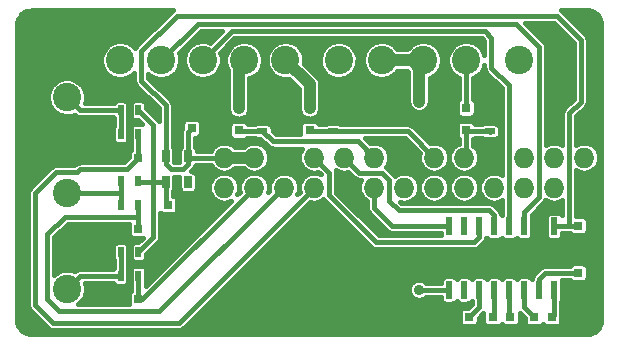
<source format=gbl>
G04 #@! TF.FileFunction,Copper,L2,Bot,Signal*
%FSLAX46Y46*%
G04 Gerber Fmt 4.6, Leading zero omitted, Abs format (unit mm)*
G04 Created by KiCad (PCBNEW 4.0.2+dfsg1-stable) date Thu 29 Sep 2016 13:26:16 BST*
%MOMM*%
G01*
G04 APERTURE LIST*
%ADD10C,0.150000*%
%ADD11O,1.727200X1.727200*%
%ADD12R,0.900000X0.500000*%
%ADD13C,2.400000*%
%ADD14R,0.750000X0.800000*%
%ADD15R,0.800000X0.750000*%
%ADD16R,0.800100X0.800100*%
%ADD17R,0.500000X0.900000*%
%ADD18R,0.600000X1.500000*%
%ADD19R,0.650000X1.060000*%
%ADD20C,0.900000*%
%ADD21C,0.400000*%
%ADD22C,1.000000*%
G04 APERTURE END LIST*
D10*
D11*
X145800000Y-130300000D03*
X145800000Y-127760000D03*
X148340000Y-130300000D03*
X148340000Y-127760000D03*
X150880000Y-130300000D03*
X150880000Y-127760000D03*
X153420000Y-130300000D03*
X153420000Y-127760000D03*
X155960000Y-130300000D03*
X155960000Y-127760000D03*
X158500000Y-130300000D03*
X158500000Y-127760000D03*
X161040000Y-130300000D03*
X161040000Y-127760000D03*
X163580000Y-130300000D03*
X163580000Y-127760000D03*
X166120000Y-130300000D03*
X166120000Y-127760000D03*
X168660000Y-130300000D03*
X168660000Y-127760000D03*
X171200000Y-130300000D03*
X171200000Y-127760000D03*
X173740000Y-130300000D03*
X173740000Y-127760000D03*
X176280000Y-130300000D03*
X176280000Y-127760000D03*
D12*
X162300000Y-123010000D03*
X162300000Y-124510000D03*
D13*
X174250000Y-119500000D03*
X170750000Y-119500000D03*
X132500000Y-135350000D03*
X132500000Y-138850000D03*
X132500000Y-127250000D03*
X132500000Y-130750000D03*
X132500000Y-119150000D03*
X132500000Y-122650000D03*
D14*
X143050000Y-125260000D03*
X143050000Y-123760000D03*
D15*
X141050000Y-131760000D03*
X142550000Y-131760000D03*
X138550000Y-127760000D03*
X137050000Y-127760000D03*
X138550000Y-133760000D03*
X137050000Y-133760000D03*
X138550000Y-139760000D03*
X137050000Y-139760000D03*
D14*
X175800000Y-135010000D03*
X175800000Y-133510000D03*
D15*
X173550000Y-141260000D03*
X172050000Y-141260000D03*
D14*
X175800000Y-139010000D03*
X175800000Y-137510000D03*
D15*
X170050000Y-141260000D03*
X168550000Y-141260000D03*
X165050000Y-141260000D03*
X166550000Y-141260000D03*
D13*
X137000000Y-119500000D03*
X151000000Y-119500000D03*
X140500000Y-119500000D03*
X147500000Y-119500000D03*
X144000000Y-119500000D03*
X166300000Y-119500000D03*
X155500000Y-119500000D03*
X162650000Y-119500000D03*
X159150000Y-119500000D03*
D16*
X153050760Y-123560000D03*
X153050760Y-125460000D03*
X151051780Y-124510000D03*
X147050760Y-123560000D03*
X147050760Y-125460000D03*
X145051780Y-124510000D03*
X166300760Y-123560000D03*
X166300760Y-125460000D03*
X164301780Y-124510000D03*
D17*
X138550000Y-123760000D03*
X137050000Y-123760000D03*
X138550000Y-129760000D03*
X137050000Y-129760000D03*
X138550000Y-135760000D03*
X137050000Y-135760000D03*
X138550000Y-125760000D03*
X137050000Y-125760000D03*
X138550000Y-131760000D03*
X137050000Y-131760000D03*
X138550000Y-137760000D03*
X137050000Y-137760000D03*
D12*
X155050000Y-125510000D03*
X155050000Y-124010000D03*
X149050000Y-125510000D03*
X149050000Y-124010000D03*
X168300000Y-125510000D03*
X168300000Y-124010000D03*
D18*
X173745000Y-138960000D03*
X172475000Y-138960000D03*
X171205000Y-138960000D03*
X169935000Y-138960000D03*
X168665000Y-138960000D03*
X167395000Y-138960000D03*
X166125000Y-138960000D03*
X164855000Y-138960000D03*
X164855000Y-133560000D03*
X166125000Y-133560000D03*
X167395000Y-133560000D03*
X168665000Y-133560000D03*
X169935000Y-133560000D03*
X171205000Y-133560000D03*
X172475000Y-133560000D03*
X173745000Y-133560000D03*
D19*
X140850000Y-127660000D03*
X141800000Y-127660000D03*
X142750000Y-127660000D03*
X142750000Y-129860000D03*
X140850000Y-129860000D03*
D20*
X162290000Y-138940000D03*
D21*
X175010000Y-131260000D02*
X175010000Y-133510000D01*
X175010000Y-133510000D02*
X175050000Y-133510000D01*
X175010000Y-131260000D02*
X175010000Y-124000000D01*
X140850000Y-123310000D02*
X138800000Y-121260000D01*
X138800000Y-121260000D02*
X138800000Y-118760000D01*
X138800000Y-118760000D02*
X141800000Y-115760000D01*
X141800000Y-115760000D02*
X173960000Y-115760000D01*
X175990000Y-123020000D02*
X175990000Y-117790000D01*
X175990000Y-117790000D02*
X173960000Y-115760000D01*
X140850000Y-127660000D02*
X140850000Y-123310000D01*
X175010000Y-124000000D02*
X175990000Y-123020000D01*
X173745000Y-133560000D02*
X173795000Y-133510000D01*
X173795000Y-133510000D02*
X175050000Y-133510000D01*
X175050000Y-133510000D02*
X175800000Y-133510000D01*
X173745000Y-133415000D02*
X173745000Y-133560000D01*
D22*
X148340000Y-127760000D02*
X145800000Y-127760000D01*
D21*
X140850000Y-127660000D02*
X140850000Y-128310000D01*
X142750000Y-128310000D02*
X142750000Y-127660000D01*
X142300000Y-128760000D02*
X142750000Y-128310000D01*
X141300000Y-128760000D02*
X142300000Y-128760000D01*
X140850000Y-128310000D02*
X141300000Y-128760000D01*
X143050000Y-125260000D02*
X142750000Y-125560000D01*
X142750000Y-125560000D02*
X142750000Y-127660000D01*
X142750000Y-127660000D02*
X142850000Y-127760000D01*
X142850000Y-127760000D02*
X145800000Y-127760000D01*
X141050000Y-131760000D02*
X140850000Y-131560000D01*
X140850000Y-131560000D02*
X140850000Y-129860000D01*
X138550000Y-135760000D02*
X139800000Y-134510000D01*
X139800000Y-134510000D02*
X139800000Y-129860000D01*
X138550000Y-123760000D02*
X139800000Y-125010000D01*
X138550000Y-129760000D02*
X138650000Y-129860000D01*
X138650000Y-129860000D02*
X139800000Y-129860000D01*
X139800000Y-129860000D02*
X140850000Y-129860000D01*
X139800000Y-125010000D02*
X139800000Y-129860000D01*
X137050000Y-123760000D02*
X137050000Y-125760000D01*
X132500000Y-122650000D02*
X133610000Y-123760000D01*
X133610000Y-123760000D02*
X137050000Y-123760000D01*
X132500000Y-130750000D02*
X132510000Y-130760000D01*
X132510000Y-130760000D02*
X137050000Y-130760000D01*
X137050000Y-131760000D02*
X137050000Y-130760000D01*
X137050000Y-130760000D02*
X137050000Y-129760000D01*
X132500000Y-138850000D02*
X133590000Y-137760000D01*
X133590000Y-137760000D02*
X137050000Y-137760000D01*
X137050000Y-135760000D02*
X137050000Y-137760000D01*
D22*
X147050760Y-123560000D02*
X147050760Y-119949240D01*
X147050760Y-119949240D02*
X147500000Y-119500000D01*
D21*
X166300760Y-123560000D02*
X166300760Y-119500760D01*
X166300760Y-119500760D02*
X166300000Y-119500000D01*
D22*
X153050760Y-123560000D02*
X153050760Y-121550760D01*
X153050760Y-121550760D02*
X151000000Y-119500000D01*
D21*
X173745000Y-138960000D02*
X173745000Y-141065000D01*
X173745000Y-141065000D02*
X173550000Y-141260000D01*
X171205000Y-138960000D02*
X171205000Y-140415000D01*
X171205000Y-140415000D02*
X172050000Y-141260000D01*
X172475000Y-138960000D02*
X172475000Y-138010000D01*
X172475000Y-138010000D02*
X172975000Y-137510000D01*
X172975000Y-137510000D02*
X175800000Y-137510000D01*
X169935000Y-138960000D02*
X169935000Y-141145000D01*
X169935000Y-141145000D02*
X170050000Y-141260000D01*
X168665000Y-138960000D02*
X168665000Y-141145000D01*
X168665000Y-141145000D02*
X168550000Y-141260000D01*
X167395000Y-138960000D02*
X167395000Y-140415000D01*
X167395000Y-140415000D02*
X166550000Y-141260000D01*
X153420000Y-127760000D02*
X154690000Y-129030000D01*
X154690000Y-129030000D02*
X154690000Y-130960000D01*
X154690000Y-130960000D02*
X158640000Y-134910000D01*
X158640000Y-134910000D02*
X167000000Y-134910000D01*
X167000000Y-134910000D02*
X167395000Y-134515000D01*
X167395000Y-134515000D02*
X167395000Y-133560000D01*
X168260000Y-132210000D02*
X160570000Y-132210000D01*
X160570000Y-132210000D02*
X159770000Y-131410000D01*
X159770000Y-131410000D02*
X159770000Y-129640000D01*
X159770000Y-129640000D02*
X159160000Y-129030000D01*
X159160000Y-129030000D02*
X157230000Y-129030000D01*
X157230000Y-129030000D02*
X155960000Y-127760000D01*
X168665000Y-133560000D02*
X168665000Y-132615000D01*
X168665000Y-132615000D02*
X168260000Y-132210000D01*
X168650000Y-133545000D02*
X168665000Y-133560000D01*
X146430000Y-117070000D02*
X167910000Y-117070000D01*
X167910000Y-117070000D02*
X168440000Y-117600000D01*
X168440000Y-117600000D02*
X168440000Y-120160000D01*
X169930000Y-121650000D02*
X169930000Y-133555000D01*
X169930000Y-133555000D02*
X169935000Y-133560000D01*
X144000000Y-119500000D02*
X146430000Y-117070000D01*
X168440000Y-120160000D02*
X169930000Y-121650000D01*
X172470000Y-118370000D02*
X172470000Y-131090000D01*
X172470000Y-131090000D02*
X171205000Y-132355000D01*
X171205000Y-132355000D02*
X171205000Y-133560000D01*
X172470000Y-118370000D02*
X170510000Y-116410000D01*
X170510000Y-116410000D02*
X143590000Y-116410000D01*
X143590000Y-116410000D02*
X140500000Y-119500000D01*
X129800000Y-139760000D02*
X129800000Y-140260000D01*
X129800000Y-130760000D02*
X129800000Y-139760000D01*
X131575000Y-128985000D02*
X133375000Y-128985000D01*
X129800000Y-130760000D02*
X131575000Y-128985000D01*
X129800000Y-140260000D02*
X131300000Y-141760000D01*
X153420000Y-130300000D02*
X141960000Y-141760000D01*
X141960000Y-141760000D02*
X139300000Y-141760000D01*
X131300000Y-141760000D02*
X131800000Y-141760000D01*
X133375000Y-128985000D02*
X133600000Y-128760000D01*
X138550000Y-127760000D02*
X137550000Y-128760000D01*
X137550000Y-128760000D02*
X133600000Y-128760000D01*
X131800000Y-141760000D02*
X139300000Y-141760000D01*
X138550000Y-125760000D02*
X138550000Y-127760000D01*
X138550000Y-132760000D02*
X132300000Y-132760000D01*
X132300000Y-132760000D02*
X130800000Y-134260000D01*
X130800000Y-134260000D02*
X130800000Y-139760000D01*
X130800000Y-139760000D02*
X131800000Y-140760000D01*
X131800000Y-140760000D02*
X140300000Y-140760000D01*
X140300000Y-140760000D02*
X150760000Y-130300000D01*
X150760000Y-130300000D02*
X150880000Y-130300000D01*
X138550000Y-131760000D02*
X138550000Y-132760000D01*
X138550000Y-132760000D02*
X138550000Y-133760000D01*
X148340000Y-130300000D02*
X138880000Y-139760000D01*
X138880000Y-139760000D02*
X138550000Y-139760000D01*
X138550000Y-137760000D02*
X138550000Y-139760000D01*
X164855000Y-133560000D02*
X160050000Y-133560000D01*
X160050000Y-133560000D02*
X158500000Y-132010000D01*
X158500000Y-132010000D02*
X158500000Y-130300000D01*
X147050760Y-125460000D02*
X147100760Y-125510000D01*
X147100760Y-125510000D02*
X149050000Y-125510000D01*
X149050000Y-125510000D02*
X149930000Y-126390000D01*
X157130000Y-126390000D02*
X158500000Y-127760000D01*
X149930000Y-126390000D02*
X157130000Y-126390000D01*
X155050000Y-125510000D02*
X161330000Y-125510000D01*
X161330000Y-125510000D02*
X163580000Y-127760000D01*
X155050000Y-125510000D02*
X153100760Y-125510000D01*
X153100760Y-125510000D02*
X153050760Y-125460000D01*
X155000000Y-125460000D02*
X155050000Y-125510000D01*
X163540000Y-127730000D02*
X163350000Y-127540000D01*
X166300760Y-125460000D02*
X166300760Y-127579240D01*
X166300760Y-127579240D02*
X166120000Y-127760000D01*
X168300000Y-125510000D02*
X166350760Y-125510000D01*
X166350760Y-125510000D02*
X166300760Y-125460000D01*
X168300000Y-125510000D02*
X168300000Y-125580000D01*
X166150000Y-127660000D02*
X166080000Y-127730000D01*
X162290000Y-138940000D02*
X164835000Y-138940000D01*
X164835000Y-138940000D02*
X164855000Y-138960000D01*
D22*
X162650000Y-119500000D02*
X159150000Y-119500000D01*
X162300000Y-123010000D02*
X162300000Y-119850000D01*
X162300000Y-119850000D02*
X162650000Y-119500000D01*
D21*
X162300000Y-119850000D02*
X162650000Y-119500000D01*
G36*
X141425056Y-115295243D02*
X141381701Y-115329853D01*
X141377309Y-115334184D01*
X141377219Y-115334258D01*
X141377150Y-115334342D01*
X141375736Y-115335736D01*
X138375736Y-118335736D01*
X138340561Y-118378559D01*
X138304932Y-118421020D01*
X138303413Y-118423784D01*
X138301409Y-118426223D01*
X138275201Y-118475101D01*
X138259304Y-118504018D01*
X138245911Y-118483860D01*
X138024813Y-118261213D01*
X137764681Y-118085752D01*
X137475422Y-117964159D01*
X137168055Y-117901065D01*
X136854286Y-117898875D01*
X136546068Y-117957671D01*
X136255140Y-118075213D01*
X135992583Y-118247026D01*
X135768398Y-118466563D01*
X135591125Y-118725464D01*
X135467515Y-119013867D01*
X135402278Y-119320787D01*
X135397897Y-119634532D01*
X135454539Y-119943154D01*
X135570048Y-120234896D01*
X135740023Y-120498645D01*
X135957990Y-120724357D01*
X136215648Y-120903433D01*
X136503180Y-121029054D01*
X136809637Y-121096432D01*
X137123344Y-121103004D01*
X137432354Y-121048517D01*
X137724895Y-120935048D01*
X137989825Y-120766918D01*
X138200000Y-120566771D01*
X138200000Y-121260000D01*
X138205409Y-121315170D01*
X138210239Y-121370371D01*
X138211119Y-121373400D01*
X138211427Y-121376541D01*
X138227458Y-121429638D01*
X138242909Y-121482821D01*
X138244359Y-121485619D01*
X138245272Y-121488642D01*
X138271289Y-121537573D01*
X138296797Y-121586784D01*
X138298767Y-121589252D01*
X138300247Y-121592035D01*
X138335248Y-121634950D01*
X138369854Y-121678300D01*
X138374184Y-121682691D01*
X138374258Y-121682781D01*
X138374342Y-121682850D01*
X138375736Y-121684264D01*
X140250000Y-123558528D01*
X140250000Y-124616570D01*
X140230147Y-124591700D01*
X140225814Y-124587308D01*
X140225742Y-124587219D01*
X140225660Y-124587151D01*
X140224264Y-124585736D01*
X139201935Y-123563407D01*
X139201935Y-123310000D01*
X139196855Y-123246302D01*
X139163398Y-123138262D01*
X139101165Y-123043821D01*
X139015086Y-122970457D01*
X138911976Y-122923978D01*
X138800000Y-122908065D01*
X138300000Y-122908065D01*
X138236302Y-122913145D01*
X138128262Y-122946602D01*
X138033821Y-123008835D01*
X137960457Y-123094914D01*
X137913978Y-123198024D01*
X137898065Y-123310000D01*
X137898065Y-124210000D01*
X137903145Y-124273698D01*
X137936602Y-124381738D01*
X137998835Y-124476179D01*
X138084914Y-124549543D01*
X138188024Y-124596022D01*
X138300000Y-124611935D01*
X138553407Y-124611935D01*
X138857743Y-124916271D01*
X138800000Y-124908065D01*
X138300000Y-124908065D01*
X138236302Y-124913145D01*
X138128262Y-124946602D01*
X138033821Y-125008835D01*
X137960457Y-125094914D01*
X137913978Y-125198024D01*
X137898065Y-125310000D01*
X137898065Y-126210000D01*
X137903145Y-126273698D01*
X137936602Y-126381738D01*
X137950000Y-126402070D01*
X137950000Y-127040226D01*
X137883821Y-127083835D01*
X137810457Y-127169914D01*
X137763978Y-127273024D01*
X137748065Y-127385000D01*
X137748065Y-127713407D01*
X137301472Y-128160000D01*
X133600000Y-128160000D01*
X133544830Y-128165409D01*
X133489629Y-128170239D01*
X133486600Y-128171119D01*
X133483459Y-128171427D01*
X133430362Y-128187458D01*
X133377179Y-128202909D01*
X133374381Y-128204359D01*
X133371358Y-128205272D01*
X133322427Y-128231289D01*
X133273216Y-128256797D01*
X133270748Y-128258767D01*
X133267965Y-128260247D01*
X133225050Y-128295248D01*
X133181700Y-128329854D01*
X133177309Y-128334184D01*
X133177219Y-128334258D01*
X133177150Y-128334342D01*
X133175736Y-128335736D01*
X133126472Y-128385000D01*
X131575000Y-128385000D01*
X131519830Y-128390409D01*
X131464629Y-128395239D01*
X131461600Y-128396119D01*
X131458459Y-128396427D01*
X131405362Y-128412458D01*
X131352179Y-128427909D01*
X131349381Y-128429359D01*
X131346358Y-128430272D01*
X131297427Y-128456289D01*
X131248216Y-128481797D01*
X131245748Y-128483767D01*
X131242965Y-128485247D01*
X131200050Y-128520248D01*
X131156700Y-128554854D01*
X131152309Y-128559184D01*
X131152219Y-128559258D01*
X131152150Y-128559342D01*
X131150736Y-128560736D01*
X129375736Y-130335736D01*
X129340561Y-130378559D01*
X129304932Y-130421020D01*
X129303413Y-130423784D01*
X129301409Y-130426223D01*
X129275201Y-130475101D01*
X129248519Y-130523635D01*
X129247566Y-130526640D01*
X129246074Y-130529422D01*
X129229865Y-130582440D01*
X129213111Y-130635253D01*
X129212759Y-130638388D01*
X129211837Y-130641405D01*
X129206241Y-130696504D01*
X129200058Y-130751623D01*
X129200015Y-130757795D01*
X129200004Y-130757906D01*
X129200014Y-130758009D01*
X129200000Y-130760000D01*
X129200000Y-140260000D01*
X129205409Y-140315170D01*
X129210239Y-140370371D01*
X129211119Y-140373400D01*
X129211427Y-140376541D01*
X129227458Y-140429638D01*
X129242909Y-140482821D01*
X129244359Y-140485619D01*
X129245272Y-140488642D01*
X129271289Y-140537573D01*
X129296797Y-140586784D01*
X129298767Y-140589252D01*
X129300247Y-140592035D01*
X129335248Y-140634950D01*
X129369854Y-140678300D01*
X129374184Y-140682691D01*
X129374258Y-140682781D01*
X129374342Y-140682850D01*
X129375736Y-140684264D01*
X130875736Y-142184264D01*
X130918559Y-142219439D01*
X130961020Y-142255068D01*
X130963784Y-142256587D01*
X130966223Y-142258591D01*
X131015101Y-142284799D01*
X131063635Y-142311481D01*
X131066640Y-142312434D01*
X131069422Y-142313926D01*
X131122440Y-142330135D01*
X131175253Y-142346889D01*
X131178388Y-142347241D01*
X131181405Y-142348163D01*
X131236504Y-142353759D01*
X131291623Y-142359942D01*
X131297795Y-142359985D01*
X131297906Y-142359996D01*
X131298009Y-142359986D01*
X131300000Y-142360000D01*
X141960000Y-142360000D01*
X142015170Y-142354591D01*
X142070371Y-142349761D01*
X142073400Y-142348881D01*
X142076541Y-142348573D01*
X142129638Y-142332542D01*
X142182821Y-142317091D01*
X142185619Y-142315641D01*
X142188642Y-142314728D01*
X142237573Y-142288711D01*
X142286784Y-142263203D01*
X142289252Y-142261233D01*
X142292035Y-142259753D01*
X142334950Y-142224752D01*
X142378300Y-142190146D01*
X142382691Y-142185816D01*
X142382781Y-142185742D01*
X142382850Y-142185658D01*
X142384264Y-142184264D01*
X145557058Y-139011470D01*
X161438882Y-139011470D01*
X161468974Y-139175425D01*
X161530338Y-139330413D01*
X161620637Y-139470530D01*
X161736432Y-139590440D01*
X161873313Y-139685574D01*
X162026065Y-139752310D01*
X162188870Y-139788105D01*
X162355527Y-139791596D01*
X162519688Y-139762650D01*
X162675100Y-139702369D01*
X162815844Y-139613050D01*
X162892554Y-139540000D01*
X164153065Y-139540000D01*
X164153065Y-139710000D01*
X164158145Y-139773698D01*
X164191602Y-139881738D01*
X164253835Y-139976179D01*
X164339914Y-140049543D01*
X164443024Y-140096022D01*
X164555000Y-140111935D01*
X165155000Y-140111935D01*
X165218698Y-140106855D01*
X165326738Y-140073398D01*
X165421179Y-140011165D01*
X165492075Y-139927982D01*
X165523835Y-139976179D01*
X165609914Y-140049543D01*
X165713024Y-140096022D01*
X165825000Y-140111935D01*
X166425000Y-140111935D01*
X166488698Y-140106855D01*
X166596738Y-140073398D01*
X166691179Y-140011165D01*
X166762075Y-139927982D01*
X166793835Y-139976179D01*
X166795000Y-139977172D01*
X166795000Y-140166472D01*
X166478407Y-140483065D01*
X166150000Y-140483065D01*
X166086302Y-140488145D01*
X165978262Y-140521602D01*
X165883821Y-140583835D01*
X165810457Y-140669914D01*
X165763978Y-140773024D01*
X165748065Y-140885000D01*
X165748065Y-141635000D01*
X165753145Y-141698698D01*
X165786602Y-141806738D01*
X165848835Y-141901179D01*
X165934914Y-141974543D01*
X166038024Y-142021022D01*
X166150000Y-142036935D01*
X166950000Y-142036935D01*
X167013698Y-142031855D01*
X167121738Y-141998398D01*
X167216179Y-141936165D01*
X167289543Y-141850086D01*
X167336022Y-141746976D01*
X167351935Y-141635000D01*
X167351935Y-141306593D01*
X167748065Y-140910463D01*
X167748065Y-141635000D01*
X167753145Y-141698698D01*
X167786602Y-141806738D01*
X167848835Y-141901179D01*
X167934914Y-141974543D01*
X168038024Y-142021022D01*
X168150000Y-142036935D01*
X168950000Y-142036935D01*
X169013698Y-142031855D01*
X169121738Y-141998398D01*
X169216179Y-141936165D01*
X169289543Y-141850086D01*
X169299951Y-141826996D01*
X169348835Y-141901179D01*
X169434914Y-141974543D01*
X169538024Y-142021022D01*
X169650000Y-142036935D01*
X170450000Y-142036935D01*
X170513698Y-142031855D01*
X170621738Y-141998398D01*
X170716179Y-141936165D01*
X170789543Y-141850086D01*
X170836022Y-141746976D01*
X170851935Y-141635000D01*
X170851935Y-140910463D01*
X171248065Y-141306593D01*
X171248065Y-141635000D01*
X171253145Y-141698698D01*
X171286602Y-141806738D01*
X171348835Y-141901179D01*
X171434914Y-141974543D01*
X171538024Y-142021022D01*
X171650000Y-142036935D01*
X172450000Y-142036935D01*
X172513698Y-142031855D01*
X172621738Y-141998398D01*
X172716179Y-141936165D01*
X172789543Y-141850086D01*
X172799951Y-141826996D01*
X172848835Y-141901179D01*
X172934914Y-141974543D01*
X173038024Y-142021022D01*
X173150000Y-142036935D01*
X173950000Y-142036935D01*
X174013698Y-142031855D01*
X174121738Y-141998398D01*
X174216179Y-141936165D01*
X174289543Y-141850086D01*
X174336022Y-141746976D01*
X174351935Y-141635000D01*
X174351935Y-140885000D01*
X174346855Y-140821302D01*
X174345000Y-140815312D01*
X174345000Y-139971482D01*
X174384543Y-139925086D01*
X174431022Y-139821976D01*
X174446935Y-139710000D01*
X174446935Y-138210000D01*
X174441855Y-138146302D01*
X174430613Y-138110000D01*
X175080226Y-138110000D01*
X175123835Y-138176179D01*
X175209914Y-138249543D01*
X175313024Y-138296022D01*
X175425000Y-138311935D01*
X176175000Y-138311935D01*
X176238698Y-138306855D01*
X176346738Y-138273398D01*
X176441179Y-138211165D01*
X176514543Y-138125086D01*
X176561022Y-138021976D01*
X176576935Y-137910000D01*
X176576935Y-137110000D01*
X176571855Y-137046302D01*
X176538398Y-136938262D01*
X176476165Y-136843821D01*
X176390086Y-136770457D01*
X176286976Y-136723978D01*
X176175000Y-136708065D01*
X175425000Y-136708065D01*
X175361302Y-136713145D01*
X175253262Y-136746602D01*
X175158821Y-136808835D01*
X175085457Y-136894914D01*
X175078657Y-136910000D01*
X172975000Y-136910000D01*
X172919871Y-136915405D01*
X172864629Y-136920239D01*
X172861600Y-136921119D01*
X172858459Y-136921427D01*
X172805362Y-136937458D01*
X172752179Y-136952909D01*
X172749381Y-136954359D01*
X172746358Y-136955272D01*
X172697427Y-136981289D01*
X172648216Y-137006797D01*
X172645748Y-137008767D01*
X172642965Y-137010247D01*
X172600056Y-137045243D01*
X172556701Y-137079853D01*
X172552309Y-137084184D01*
X172552219Y-137084258D01*
X172552150Y-137084342D01*
X172550736Y-137085736D01*
X172050736Y-137585736D01*
X172015561Y-137628559D01*
X171979932Y-137671020D01*
X171978413Y-137673784D01*
X171976409Y-137676223D01*
X171950201Y-137725101D01*
X171923519Y-137773635D01*
X171922566Y-137776640D01*
X171921074Y-137779422D01*
X171904865Y-137832440D01*
X171888111Y-137885253D01*
X171887759Y-137888388D01*
X171886837Y-137891405D01*
X171881853Y-137940477D01*
X171837925Y-137992018D01*
X171806165Y-137943821D01*
X171720086Y-137870457D01*
X171616976Y-137823978D01*
X171505000Y-137808065D01*
X170905000Y-137808065D01*
X170841302Y-137813145D01*
X170733262Y-137846602D01*
X170638821Y-137908835D01*
X170567925Y-137992018D01*
X170536165Y-137943821D01*
X170450086Y-137870457D01*
X170346976Y-137823978D01*
X170235000Y-137808065D01*
X169635000Y-137808065D01*
X169571302Y-137813145D01*
X169463262Y-137846602D01*
X169368821Y-137908835D01*
X169297925Y-137992018D01*
X169266165Y-137943821D01*
X169180086Y-137870457D01*
X169076976Y-137823978D01*
X168965000Y-137808065D01*
X168365000Y-137808065D01*
X168301302Y-137813145D01*
X168193262Y-137846602D01*
X168098821Y-137908835D01*
X168027925Y-137992018D01*
X167996165Y-137943821D01*
X167910086Y-137870457D01*
X167806976Y-137823978D01*
X167695000Y-137808065D01*
X167095000Y-137808065D01*
X167031302Y-137813145D01*
X166923262Y-137846602D01*
X166828821Y-137908835D01*
X166757925Y-137992018D01*
X166726165Y-137943821D01*
X166640086Y-137870457D01*
X166536976Y-137823978D01*
X166425000Y-137808065D01*
X165825000Y-137808065D01*
X165761302Y-137813145D01*
X165653262Y-137846602D01*
X165558821Y-137908835D01*
X165487925Y-137992018D01*
X165456165Y-137943821D01*
X165370086Y-137870457D01*
X165266976Y-137823978D01*
X165155000Y-137808065D01*
X164555000Y-137808065D01*
X164491302Y-137813145D01*
X164383262Y-137846602D01*
X164288821Y-137908835D01*
X164215457Y-137994914D01*
X164168978Y-138098024D01*
X164153065Y-138210000D01*
X164153065Y-138340000D01*
X162892133Y-138340000D01*
X162834432Y-138281895D01*
X162696237Y-138188681D01*
X162542568Y-138124084D01*
X162379279Y-138090566D01*
X162212590Y-138089402D01*
X162048848Y-138120637D01*
X161894293Y-138183082D01*
X161754810Y-138274357D01*
X161635711Y-138390987D01*
X161541535Y-138528528D01*
X161475867Y-138681742D01*
X161441210Y-138844793D01*
X161438882Y-139011470D01*
X145557058Y-139011470D01*
X153061110Y-131507418D01*
X153151169Y-131535987D01*
X153396243Y-131563477D01*
X153413886Y-131563600D01*
X153426114Y-131563600D01*
X153671549Y-131539535D01*
X153907635Y-131468256D01*
X154125380Y-131352479D01*
X154193940Y-131296563D01*
X154225248Y-131334950D01*
X154259854Y-131378300D01*
X154264184Y-131382691D01*
X154264258Y-131382781D01*
X154264342Y-131382850D01*
X154265736Y-131384264D01*
X158215736Y-135334264D01*
X158258559Y-135369439D01*
X158301020Y-135405068D01*
X158303784Y-135406587D01*
X158306223Y-135408591D01*
X158355117Y-135434808D01*
X158403635Y-135461481D01*
X158406638Y-135462434D01*
X158409423Y-135463927D01*
X158462459Y-135480141D01*
X158515253Y-135496889D01*
X158518390Y-135497241D01*
X158521406Y-135498163D01*
X158576539Y-135503763D01*
X158631623Y-135509942D01*
X158637786Y-135509985D01*
X158637907Y-135509997D01*
X158638020Y-135509986D01*
X158640000Y-135510000D01*
X167000000Y-135510000D01*
X167055170Y-135504591D01*
X167110371Y-135499761D01*
X167113400Y-135498881D01*
X167116541Y-135498573D01*
X167169638Y-135482542D01*
X167222821Y-135467091D01*
X167225619Y-135465641D01*
X167228642Y-135464728D01*
X167277573Y-135438711D01*
X167326784Y-135413203D01*
X167329252Y-135411233D01*
X167332035Y-135409753D01*
X167374950Y-135374752D01*
X167418300Y-135340146D01*
X167422691Y-135335816D01*
X167422781Y-135335742D01*
X167422850Y-135335658D01*
X167424264Y-135334264D01*
X167819264Y-134939264D01*
X167854439Y-134896441D01*
X167890068Y-134853980D01*
X167891587Y-134851216D01*
X167893591Y-134848777D01*
X167919799Y-134799899D01*
X167946481Y-134751365D01*
X167947434Y-134748360D01*
X167948926Y-134745578D01*
X167965135Y-134692560D01*
X167981889Y-134639747D01*
X167982241Y-134636612D01*
X167983163Y-134633595D01*
X167988724Y-134578846D01*
X168032075Y-134527982D01*
X168063835Y-134576179D01*
X168149914Y-134649543D01*
X168253024Y-134696022D01*
X168365000Y-134711935D01*
X168965000Y-134711935D01*
X169028698Y-134706855D01*
X169136738Y-134673398D01*
X169231179Y-134611165D01*
X169302075Y-134527982D01*
X169333835Y-134576179D01*
X169419914Y-134649543D01*
X169523024Y-134696022D01*
X169635000Y-134711935D01*
X170235000Y-134711935D01*
X170298698Y-134706855D01*
X170406738Y-134673398D01*
X170501179Y-134611165D01*
X170572075Y-134527982D01*
X170603835Y-134576179D01*
X170689914Y-134649543D01*
X170793024Y-134696022D01*
X170905000Y-134711935D01*
X171505000Y-134711935D01*
X171568698Y-134706855D01*
X171676738Y-134673398D01*
X171771179Y-134611165D01*
X171844543Y-134525086D01*
X171891022Y-134421976D01*
X171906935Y-134310000D01*
X171906935Y-132810000D01*
X171901855Y-132746302D01*
X171868398Y-132638262D01*
X171829419Y-132579109D01*
X172894264Y-131514264D01*
X172929439Y-131471441D01*
X172965068Y-131428980D01*
X172966587Y-131426216D01*
X172968591Y-131423777D01*
X172994799Y-131374899D01*
X173014899Y-131338338D01*
X173019994Y-131342613D01*
X173236101Y-131461419D01*
X173471169Y-131535987D01*
X173716243Y-131563477D01*
X173733886Y-131563600D01*
X173746114Y-131563600D01*
X173991549Y-131539535D01*
X174227635Y-131468256D01*
X174410000Y-131371291D01*
X174410000Y-132643435D01*
X174408398Y-132638262D01*
X174346165Y-132543821D01*
X174260086Y-132470457D01*
X174156976Y-132423978D01*
X174045000Y-132408065D01*
X173445000Y-132408065D01*
X173381302Y-132413145D01*
X173273262Y-132446602D01*
X173178821Y-132508835D01*
X173105457Y-132594914D01*
X173058978Y-132698024D01*
X173043065Y-132810000D01*
X173043065Y-134310000D01*
X173048145Y-134373698D01*
X173081602Y-134481738D01*
X173143835Y-134576179D01*
X173229914Y-134649543D01*
X173333024Y-134696022D01*
X173445000Y-134711935D01*
X174045000Y-134711935D01*
X174108698Y-134706855D01*
X174216738Y-134673398D01*
X174311179Y-134611165D01*
X174384543Y-134525086D01*
X174431022Y-134421976D01*
X174446935Y-134310000D01*
X174446935Y-134110000D01*
X175080226Y-134110000D01*
X175123835Y-134176179D01*
X175209914Y-134249543D01*
X175313024Y-134296022D01*
X175425000Y-134311935D01*
X176175000Y-134311935D01*
X176238698Y-134306855D01*
X176346738Y-134273398D01*
X176441179Y-134211165D01*
X176514543Y-134125086D01*
X176561022Y-134021976D01*
X176576935Y-133910000D01*
X176576935Y-133110000D01*
X176571855Y-133046302D01*
X176538398Y-132938262D01*
X176476165Y-132843821D01*
X176390086Y-132770457D01*
X176286976Y-132723978D01*
X176175000Y-132708065D01*
X175610000Y-132708065D01*
X175610000Y-128830104D01*
X175776101Y-128921419D01*
X176011169Y-128995987D01*
X176256243Y-129023477D01*
X176273886Y-129023600D01*
X176286114Y-129023600D01*
X176531549Y-128999535D01*
X176767635Y-128928256D01*
X176985380Y-128812479D01*
X177176490Y-128656614D01*
X177333686Y-128466596D01*
X177450980Y-128249665D01*
X177523905Y-128014082D01*
X177549683Y-127768822D01*
X177527332Y-127523225D01*
X177457704Y-127286647D01*
X177343449Y-127068099D01*
X177188922Y-126875905D01*
X177000006Y-126717387D01*
X176783899Y-126598581D01*
X176548831Y-126524013D01*
X176303757Y-126496523D01*
X176286114Y-126496400D01*
X176273886Y-126496400D01*
X176028451Y-126520465D01*
X175792365Y-126591744D01*
X175610000Y-126688709D01*
X175610000Y-124248528D01*
X176414264Y-123444264D01*
X176449439Y-123401441D01*
X176485068Y-123358980D01*
X176486587Y-123356216D01*
X176488591Y-123353777D01*
X176514799Y-123304899D01*
X176541481Y-123256365D01*
X176542434Y-123253360D01*
X176543926Y-123250578D01*
X176560135Y-123197560D01*
X176576889Y-123144747D01*
X176577241Y-123141612D01*
X176578163Y-123138595D01*
X176583759Y-123083496D01*
X176589942Y-123028377D01*
X176589985Y-123022205D01*
X176589996Y-123022094D01*
X176589986Y-123021991D01*
X176590000Y-123020000D01*
X176590000Y-117790000D01*
X176584595Y-117734871D01*
X176579761Y-117679629D01*
X176578881Y-117676600D01*
X176578573Y-117673459D01*
X176562552Y-117620395D01*
X176547092Y-117567180D01*
X176545640Y-117564379D01*
X176544728Y-117561358D01*
X176518709Y-117512424D01*
X176493203Y-117463217D01*
X176491234Y-117460751D01*
X176489753Y-117457965D01*
X176454739Y-117415034D01*
X176420147Y-117371701D01*
X176415816Y-117367309D01*
X176415742Y-117367219D01*
X176415658Y-117367150D01*
X176414264Y-117365736D01*
X174384264Y-115335736D01*
X174341441Y-115300561D01*
X174310979Y-115275000D01*
X176486546Y-115275000D01*
X176737682Y-115299624D01*
X176966307Y-115368650D01*
X177177176Y-115480771D01*
X177362249Y-115631714D01*
X177514478Y-115815728D01*
X177628066Y-116025802D01*
X177698688Y-116253945D01*
X177725000Y-116504296D01*
X177725000Y-141486546D01*
X177700376Y-141737682D01*
X177631349Y-141966311D01*
X177519229Y-142177175D01*
X177368286Y-142362250D01*
X177184275Y-142514477D01*
X176974194Y-142628068D01*
X176746055Y-142698688D01*
X176495704Y-142725000D01*
X129513454Y-142725000D01*
X129262318Y-142700376D01*
X129033689Y-142631349D01*
X128822825Y-142519229D01*
X128637750Y-142368286D01*
X128485523Y-142184275D01*
X128371932Y-141974194D01*
X128301312Y-141746055D01*
X128275000Y-141495704D01*
X128275000Y-122784532D01*
X130897897Y-122784532D01*
X130954539Y-123093154D01*
X131070048Y-123384896D01*
X131240023Y-123648645D01*
X131457990Y-123874357D01*
X131715648Y-124053433D01*
X132003180Y-124179054D01*
X132309637Y-124246432D01*
X132623344Y-124253004D01*
X132932354Y-124198517D01*
X133125192Y-124123720D01*
X133185736Y-124184264D01*
X133228559Y-124219439D01*
X133271020Y-124255068D01*
X133273784Y-124256587D01*
X133276223Y-124258591D01*
X133325101Y-124284799D01*
X133373635Y-124311481D01*
X133376640Y-124312434D01*
X133379422Y-124313926D01*
X133432440Y-124330135D01*
X133485253Y-124346889D01*
X133488388Y-124347241D01*
X133491405Y-124348163D01*
X133546504Y-124353759D01*
X133601623Y-124359942D01*
X133607795Y-124359985D01*
X133607906Y-124359996D01*
X133608009Y-124359986D01*
X133610000Y-124360000D01*
X136429870Y-124360000D01*
X136436602Y-124381738D01*
X136450000Y-124402070D01*
X136450000Y-125118112D01*
X136413978Y-125198024D01*
X136398065Y-125310000D01*
X136398065Y-126210000D01*
X136403145Y-126273698D01*
X136436602Y-126381738D01*
X136498835Y-126476179D01*
X136584914Y-126549543D01*
X136688024Y-126596022D01*
X136800000Y-126611935D01*
X137300000Y-126611935D01*
X137363698Y-126606855D01*
X137471738Y-126573398D01*
X137566179Y-126511165D01*
X137639543Y-126425086D01*
X137686022Y-126321976D01*
X137701935Y-126210000D01*
X137701935Y-125310000D01*
X137696855Y-125246302D01*
X137663398Y-125138262D01*
X137650000Y-125117930D01*
X137650000Y-124401888D01*
X137686022Y-124321976D01*
X137701935Y-124210000D01*
X137701935Y-123310000D01*
X137696855Y-123246302D01*
X137663398Y-123138262D01*
X137601165Y-123043821D01*
X137515086Y-122970457D01*
X137411976Y-122923978D01*
X137300000Y-122908065D01*
X136800000Y-122908065D01*
X136736302Y-122913145D01*
X136628262Y-122946602D01*
X136533821Y-123008835D01*
X136460457Y-123094914D01*
X136431118Y-123160000D01*
X134024427Y-123160000D01*
X134025548Y-123157482D01*
X134095064Y-122851504D01*
X134100069Y-122493112D01*
X134039123Y-122185311D01*
X133919552Y-121895211D01*
X133745911Y-121633860D01*
X133524813Y-121411213D01*
X133264681Y-121235752D01*
X132975422Y-121114159D01*
X132668055Y-121051065D01*
X132354286Y-121048875D01*
X132046068Y-121107671D01*
X131755140Y-121225213D01*
X131492583Y-121397026D01*
X131268398Y-121616563D01*
X131091125Y-121875464D01*
X130967515Y-122163867D01*
X130902278Y-122470787D01*
X130897897Y-122784532D01*
X128275000Y-122784532D01*
X128275000Y-116513454D01*
X128299624Y-116262318D01*
X128368650Y-116033693D01*
X128480771Y-115822824D01*
X128631714Y-115637751D01*
X128815728Y-115485522D01*
X129025802Y-115371934D01*
X129253945Y-115301312D01*
X129504296Y-115275000D01*
X141449876Y-115275000D01*
X141425056Y-115295243D01*
X141425056Y-115295243D01*
G37*
X141425056Y-115295243D02*
X141381701Y-115329853D01*
X141377309Y-115334184D01*
X141377219Y-115334258D01*
X141377150Y-115334342D01*
X141375736Y-115335736D01*
X138375736Y-118335736D01*
X138340561Y-118378559D01*
X138304932Y-118421020D01*
X138303413Y-118423784D01*
X138301409Y-118426223D01*
X138275201Y-118475101D01*
X138259304Y-118504018D01*
X138245911Y-118483860D01*
X138024813Y-118261213D01*
X137764681Y-118085752D01*
X137475422Y-117964159D01*
X137168055Y-117901065D01*
X136854286Y-117898875D01*
X136546068Y-117957671D01*
X136255140Y-118075213D01*
X135992583Y-118247026D01*
X135768398Y-118466563D01*
X135591125Y-118725464D01*
X135467515Y-119013867D01*
X135402278Y-119320787D01*
X135397897Y-119634532D01*
X135454539Y-119943154D01*
X135570048Y-120234896D01*
X135740023Y-120498645D01*
X135957990Y-120724357D01*
X136215648Y-120903433D01*
X136503180Y-121029054D01*
X136809637Y-121096432D01*
X137123344Y-121103004D01*
X137432354Y-121048517D01*
X137724895Y-120935048D01*
X137989825Y-120766918D01*
X138200000Y-120566771D01*
X138200000Y-121260000D01*
X138205409Y-121315170D01*
X138210239Y-121370371D01*
X138211119Y-121373400D01*
X138211427Y-121376541D01*
X138227458Y-121429638D01*
X138242909Y-121482821D01*
X138244359Y-121485619D01*
X138245272Y-121488642D01*
X138271289Y-121537573D01*
X138296797Y-121586784D01*
X138298767Y-121589252D01*
X138300247Y-121592035D01*
X138335248Y-121634950D01*
X138369854Y-121678300D01*
X138374184Y-121682691D01*
X138374258Y-121682781D01*
X138374342Y-121682850D01*
X138375736Y-121684264D01*
X140250000Y-123558528D01*
X140250000Y-124616570D01*
X140230147Y-124591700D01*
X140225814Y-124587308D01*
X140225742Y-124587219D01*
X140225660Y-124587151D01*
X140224264Y-124585736D01*
X139201935Y-123563407D01*
X139201935Y-123310000D01*
X139196855Y-123246302D01*
X139163398Y-123138262D01*
X139101165Y-123043821D01*
X139015086Y-122970457D01*
X138911976Y-122923978D01*
X138800000Y-122908065D01*
X138300000Y-122908065D01*
X138236302Y-122913145D01*
X138128262Y-122946602D01*
X138033821Y-123008835D01*
X137960457Y-123094914D01*
X137913978Y-123198024D01*
X137898065Y-123310000D01*
X137898065Y-124210000D01*
X137903145Y-124273698D01*
X137936602Y-124381738D01*
X137998835Y-124476179D01*
X138084914Y-124549543D01*
X138188024Y-124596022D01*
X138300000Y-124611935D01*
X138553407Y-124611935D01*
X138857743Y-124916271D01*
X138800000Y-124908065D01*
X138300000Y-124908065D01*
X138236302Y-124913145D01*
X138128262Y-124946602D01*
X138033821Y-125008835D01*
X137960457Y-125094914D01*
X137913978Y-125198024D01*
X137898065Y-125310000D01*
X137898065Y-126210000D01*
X137903145Y-126273698D01*
X137936602Y-126381738D01*
X137950000Y-126402070D01*
X137950000Y-127040226D01*
X137883821Y-127083835D01*
X137810457Y-127169914D01*
X137763978Y-127273024D01*
X137748065Y-127385000D01*
X137748065Y-127713407D01*
X137301472Y-128160000D01*
X133600000Y-128160000D01*
X133544830Y-128165409D01*
X133489629Y-128170239D01*
X133486600Y-128171119D01*
X133483459Y-128171427D01*
X133430362Y-128187458D01*
X133377179Y-128202909D01*
X133374381Y-128204359D01*
X133371358Y-128205272D01*
X133322427Y-128231289D01*
X133273216Y-128256797D01*
X133270748Y-128258767D01*
X133267965Y-128260247D01*
X133225050Y-128295248D01*
X133181700Y-128329854D01*
X133177309Y-128334184D01*
X133177219Y-128334258D01*
X133177150Y-128334342D01*
X133175736Y-128335736D01*
X133126472Y-128385000D01*
X131575000Y-128385000D01*
X131519830Y-128390409D01*
X131464629Y-128395239D01*
X131461600Y-128396119D01*
X131458459Y-128396427D01*
X131405362Y-128412458D01*
X131352179Y-128427909D01*
X131349381Y-128429359D01*
X131346358Y-128430272D01*
X131297427Y-128456289D01*
X131248216Y-128481797D01*
X131245748Y-128483767D01*
X131242965Y-128485247D01*
X131200050Y-128520248D01*
X131156700Y-128554854D01*
X131152309Y-128559184D01*
X131152219Y-128559258D01*
X131152150Y-128559342D01*
X131150736Y-128560736D01*
X129375736Y-130335736D01*
X129340561Y-130378559D01*
X129304932Y-130421020D01*
X129303413Y-130423784D01*
X129301409Y-130426223D01*
X129275201Y-130475101D01*
X129248519Y-130523635D01*
X129247566Y-130526640D01*
X129246074Y-130529422D01*
X129229865Y-130582440D01*
X129213111Y-130635253D01*
X129212759Y-130638388D01*
X129211837Y-130641405D01*
X129206241Y-130696504D01*
X129200058Y-130751623D01*
X129200015Y-130757795D01*
X129200004Y-130757906D01*
X129200014Y-130758009D01*
X129200000Y-130760000D01*
X129200000Y-140260000D01*
X129205409Y-140315170D01*
X129210239Y-140370371D01*
X129211119Y-140373400D01*
X129211427Y-140376541D01*
X129227458Y-140429638D01*
X129242909Y-140482821D01*
X129244359Y-140485619D01*
X129245272Y-140488642D01*
X129271289Y-140537573D01*
X129296797Y-140586784D01*
X129298767Y-140589252D01*
X129300247Y-140592035D01*
X129335248Y-140634950D01*
X129369854Y-140678300D01*
X129374184Y-140682691D01*
X129374258Y-140682781D01*
X129374342Y-140682850D01*
X129375736Y-140684264D01*
X130875736Y-142184264D01*
X130918559Y-142219439D01*
X130961020Y-142255068D01*
X130963784Y-142256587D01*
X130966223Y-142258591D01*
X131015101Y-142284799D01*
X131063635Y-142311481D01*
X131066640Y-142312434D01*
X131069422Y-142313926D01*
X131122440Y-142330135D01*
X131175253Y-142346889D01*
X131178388Y-142347241D01*
X131181405Y-142348163D01*
X131236504Y-142353759D01*
X131291623Y-142359942D01*
X131297795Y-142359985D01*
X131297906Y-142359996D01*
X131298009Y-142359986D01*
X131300000Y-142360000D01*
X141960000Y-142360000D01*
X142015170Y-142354591D01*
X142070371Y-142349761D01*
X142073400Y-142348881D01*
X142076541Y-142348573D01*
X142129638Y-142332542D01*
X142182821Y-142317091D01*
X142185619Y-142315641D01*
X142188642Y-142314728D01*
X142237573Y-142288711D01*
X142286784Y-142263203D01*
X142289252Y-142261233D01*
X142292035Y-142259753D01*
X142334950Y-142224752D01*
X142378300Y-142190146D01*
X142382691Y-142185816D01*
X142382781Y-142185742D01*
X142382850Y-142185658D01*
X142384264Y-142184264D01*
X145557058Y-139011470D01*
X161438882Y-139011470D01*
X161468974Y-139175425D01*
X161530338Y-139330413D01*
X161620637Y-139470530D01*
X161736432Y-139590440D01*
X161873313Y-139685574D01*
X162026065Y-139752310D01*
X162188870Y-139788105D01*
X162355527Y-139791596D01*
X162519688Y-139762650D01*
X162675100Y-139702369D01*
X162815844Y-139613050D01*
X162892554Y-139540000D01*
X164153065Y-139540000D01*
X164153065Y-139710000D01*
X164158145Y-139773698D01*
X164191602Y-139881738D01*
X164253835Y-139976179D01*
X164339914Y-140049543D01*
X164443024Y-140096022D01*
X164555000Y-140111935D01*
X165155000Y-140111935D01*
X165218698Y-140106855D01*
X165326738Y-140073398D01*
X165421179Y-140011165D01*
X165492075Y-139927982D01*
X165523835Y-139976179D01*
X165609914Y-140049543D01*
X165713024Y-140096022D01*
X165825000Y-140111935D01*
X166425000Y-140111935D01*
X166488698Y-140106855D01*
X166596738Y-140073398D01*
X166691179Y-140011165D01*
X166762075Y-139927982D01*
X166793835Y-139976179D01*
X166795000Y-139977172D01*
X166795000Y-140166472D01*
X166478407Y-140483065D01*
X166150000Y-140483065D01*
X166086302Y-140488145D01*
X165978262Y-140521602D01*
X165883821Y-140583835D01*
X165810457Y-140669914D01*
X165763978Y-140773024D01*
X165748065Y-140885000D01*
X165748065Y-141635000D01*
X165753145Y-141698698D01*
X165786602Y-141806738D01*
X165848835Y-141901179D01*
X165934914Y-141974543D01*
X166038024Y-142021022D01*
X166150000Y-142036935D01*
X166950000Y-142036935D01*
X167013698Y-142031855D01*
X167121738Y-141998398D01*
X167216179Y-141936165D01*
X167289543Y-141850086D01*
X167336022Y-141746976D01*
X167351935Y-141635000D01*
X167351935Y-141306593D01*
X167748065Y-140910463D01*
X167748065Y-141635000D01*
X167753145Y-141698698D01*
X167786602Y-141806738D01*
X167848835Y-141901179D01*
X167934914Y-141974543D01*
X168038024Y-142021022D01*
X168150000Y-142036935D01*
X168950000Y-142036935D01*
X169013698Y-142031855D01*
X169121738Y-141998398D01*
X169216179Y-141936165D01*
X169289543Y-141850086D01*
X169299951Y-141826996D01*
X169348835Y-141901179D01*
X169434914Y-141974543D01*
X169538024Y-142021022D01*
X169650000Y-142036935D01*
X170450000Y-142036935D01*
X170513698Y-142031855D01*
X170621738Y-141998398D01*
X170716179Y-141936165D01*
X170789543Y-141850086D01*
X170836022Y-141746976D01*
X170851935Y-141635000D01*
X170851935Y-140910463D01*
X171248065Y-141306593D01*
X171248065Y-141635000D01*
X171253145Y-141698698D01*
X171286602Y-141806738D01*
X171348835Y-141901179D01*
X171434914Y-141974543D01*
X171538024Y-142021022D01*
X171650000Y-142036935D01*
X172450000Y-142036935D01*
X172513698Y-142031855D01*
X172621738Y-141998398D01*
X172716179Y-141936165D01*
X172789543Y-141850086D01*
X172799951Y-141826996D01*
X172848835Y-141901179D01*
X172934914Y-141974543D01*
X173038024Y-142021022D01*
X173150000Y-142036935D01*
X173950000Y-142036935D01*
X174013698Y-142031855D01*
X174121738Y-141998398D01*
X174216179Y-141936165D01*
X174289543Y-141850086D01*
X174336022Y-141746976D01*
X174351935Y-141635000D01*
X174351935Y-140885000D01*
X174346855Y-140821302D01*
X174345000Y-140815312D01*
X174345000Y-139971482D01*
X174384543Y-139925086D01*
X174431022Y-139821976D01*
X174446935Y-139710000D01*
X174446935Y-138210000D01*
X174441855Y-138146302D01*
X174430613Y-138110000D01*
X175080226Y-138110000D01*
X175123835Y-138176179D01*
X175209914Y-138249543D01*
X175313024Y-138296022D01*
X175425000Y-138311935D01*
X176175000Y-138311935D01*
X176238698Y-138306855D01*
X176346738Y-138273398D01*
X176441179Y-138211165D01*
X176514543Y-138125086D01*
X176561022Y-138021976D01*
X176576935Y-137910000D01*
X176576935Y-137110000D01*
X176571855Y-137046302D01*
X176538398Y-136938262D01*
X176476165Y-136843821D01*
X176390086Y-136770457D01*
X176286976Y-136723978D01*
X176175000Y-136708065D01*
X175425000Y-136708065D01*
X175361302Y-136713145D01*
X175253262Y-136746602D01*
X175158821Y-136808835D01*
X175085457Y-136894914D01*
X175078657Y-136910000D01*
X172975000Y-136910000D01*
X172919871Y-136915405D01*
X172864629Y-136920239D01*
X172861600Y-136921119D01*
X172858459Y-136921427D01*
X172805362Y-136937458D01*
X172752179Y-136952909D01*
X172749381Y-136954359D01*
X172746358Y-136955272D01*
X172697427Y-136981289D01*
X172648216Y-137006797D01*
X172645748Y-137008767D01*
X172642965Y-137010247D01*
X172600056Y-137045243D01*
X172556701Y-137079853D01*
X172552309Y-137084184D01*
X172552219Y-137084258D01*
X172552150Y-137084342D01*
X172550736Y-137085736D01*
X172050736Y-137585736D01*
X172015561Y-137628559D01*
X171979932Y-137671020D01*
X171978413Y-137673784D01*
X171976409Y-137676223D01*
X171950201Y-137725101D01*
X171923519Y-137773635D01*
X171922566Y-137776640D01*
X171921074Y-137779422D01*
X171904865Y-137832440D01*
X171888111Y-137885253D01*
X171887759Y-137888388D01*
X171886837Y-137891405D01*
X171881853Y-137940477D01*
X171837925Y-137992018D01*
X171806165Y-137943821D01*
X171720086Y-137870457D01*
X171616976Y-137823978D01*
X171505000Y-137808065D01*
X170905000Y-137808065D01*
X170841302Y-137813145D01*
X170733262Y-137846602D01*
X170638821Y-137908835D01*
X170567925Y-137992018D01*
X170536165Y-137943821D01*
X170450086Y-137870457D01*
X170346976Y-137823978D01*
X170235000Y-137808065D01*
X169635000Y-137808065D01*
X169571302Y-137813145D01*
X169463262Y-137846602D01*
X169368821Y-137908835D01*
X169297925Y-137992018D01*
X169266165Y-137943821D01*
X169180086Y-137870457D01*
X169076976Y-137823978D01*
X168965000Y-137808065D01*
X168365000Y-137808065D01*
X168301302Y-137813145D01*
X168193262Y-137846602D01*
X168098821Y-137908835D01*
X168027925Y-137992018D01*
X167996165Y-137943821D01*
X167910086Y-137870457D01*
X167806976Y-137823978D01*
X167695000Y-137808065D01*
X167095000Y-137808065D01*
X167031302Y-137813145D01*
X166923262Y-137846602D01*
X166828821Y-137908835D01*
X166757925Y-137992018D01*
X166726165Y-137943821D01*
X166640086Y-137870457D01*
X166536976Y-137823978D01*
X166425000Y-137808065D01*
X165825000Y-137808065D01*
X165761302Y-137813145D01*
X165653262Y-137846602D01*
X165558821Y-137908835D01*
X165487925Y-137992018D01*
X165456165Y-137943821D01*
X165370086Y-137870457D01*
X165266976Y-137823978D01*
X165155000Y-137808065D01*
X164555000Y-137808065D01*
X164491302Y-137813145D01*
X164383262Y-137846602D01*
X164288821Y-137908835D01*
X164215457Y-137994914D01*
X164168978Y-138098024D01*
X164153065Y-138210000D01*
X164153065Y-138340000D01*
X162892133Y-138340000D01*
X162834432Y-138281895D01*
X162696237Y-138188681D01*
X162542568Y-138124084D01*
X162379279Y-138090566D01*
X162212590Y-138089402D01*
X162048848Y-138120637D01*
X161894293Y-138183082D01*
X161754810Y-138274357D01*
X161635711Y-138390987D01*
X161541535Y-138528528D01*
X161475867Y-138681742D01*
X161441210Y-138844793D01*
X161438882Y-139011470D01*
X145557058Y-139011470D01*
X153061110Y-131507418D01*
X153151169Y-131535987D01*
X153396243Y-131563477D01*
X153413886Y-131563600D01*
X153426114Y-131563600D01*
X153671549Y-131539535D01*
X153907635Y-131468256D01*
X154125380Y-131352479D01*
X154193940Y-131296563D01*
X154225248Y-131334950D01*
X154259854Y-131378300D01*
X154264184Y-131382691D01*
X154264258Y-131382781D01*
X154264342Y-131382850D01*
X154265736Y-131384264D01*
X158215736Y-135334264D01*
X158258559Y-135369439D01*
X158301020Y-135405068D01*
X158303784Y-135406587D01*
X158306223Y-135408591D01*
X158355117Y-135434808D01*
X158403635Y-135461481D01*
X158406638Y-135462434D01*
X158409423Y-135463927D01*
X158462459Y-135480141D01*
X158515253Y-135496889D01*
X158518390Y-135497241D01*
X158521406Y-135498163D01*
X158576539Y-135503763D01*
X158631623Y-135509942D01*
X158637786Y-135509985D01*
X158637907Y-135509997D01*
X158638020Y-135509986D01*
X158640000Y-135510000D01*
X167000000Y-135510000D01*
X167055170Y-135504591D01*
X167110371Y-135499761D01*
X167113400Y-135498881D01*
X167116541Y-135498573D01*
X167169638Y-135482542D01*
X167222821Y-135467091D01*
X167225619Y-135465641D01*
X167228642Y-135464728D01*
X167277573Y-135438711D01*
X167326784Y-135413203D01*
X167329252Y-135411233D01*
X167332035Y-135409753D01*
X167374950Y-135374752D01*
X167418300Y-135340146D01*
X167422691Y-135335816D01*
X167422781Y-135335742D01*
X167422850Y-135335658D01*
X167424264Y-135334264D01*
X167819264Y-134939264D01*
X167854439Y-134896441D01*
X167890068Y-134853980D01*
X167891587Y-134851216D01*
X167893591Y-134848777D01*
X167919799Y-134799899D01*
X167946481Y-134751365D01*
X167947434Y-134748360D01*
X167948926Y-134745578D01*
X167965135Y-134692560D01*
X167981889Y-134639747D01*
X167982241Y-134636612D01*
X167983163Y-134633595D01*
X167988724Y-134578846D01*
X168032075Y-134527982D01*
X168063835Y-134576179D01*
X168149914Y-134649543D01*
X168253024Y-134696022D01*
X168365000Y-134711935D01*
X168965000Y-134711935D01*
X169028698Y-134706855D01*
X169136738Y-134673398D01*
X169231179Y-134611165D01*
X169302075Y-134527982D01*
X169333835Y-134576179D01*
X169419914Y-134649543D01*
X169523024Y-134696022D01*
X169635000Y-134711935D01*
X170235000Y-134711935D01*
X170298698Y-134706855D01*
X170406738Y-134673398D01*
X170501179Y-134611165D01*
X170572075Y-134527982D01*
X170603835Y-134576179D01*
X170689914Y-134649543D01*
X170793024Y-134696022D01*
X170905000Y-134711935D01*
X171505000Y-134711935D01*
X171568698Y-134706855D01*
X171676738Y-134673398D01*
X171771179Y-134611165D01*
X171844543Y-134525086D01*
X171891022Y-134421976D01*
X171906935Y-134310000D01*
X171906935Y-132810000D01*
X171901855Y-132746302D01*
X171868398Y-132638262D01*
X171829419Y-132579109D01*
X172894264Y-131514264D01*
X172929439Y-131471441D01*
X172965068Y-131428980D01*
X172966587Y-131426216D01*
X172968591Y-131423777D01*
X172994799Y-131374899D01*
X173014899Y-131338338D01*
X173019994Y-131342613D01*
X173236101Y-131461419D01*
X173471169Y-131535987D01*
X173716243Y-131563477D01*
X173733886Y-131563600D01*
X173746114Y-131563600D01*
X173991549Y-131539535D01*
X174227635Y-131468256D01*
X174410000Y-131371291D01*
X174410000Y-132643435D01*
X174408398Y-132638262D01*
X174346165Y-132543821D01*
X174260086Y-132470457D01*
X174156976Y-132423978D01*
X174045000Y-132408065D01*
X173445000Y-132408065D01*
X173381302Y-132413145D01*
X173273262Y-132446602D01*
X173178821Y-132508835D01*
X173105457Y-132594914D01*
X173058978Y-132698024D01*
X173043065Y-132810000D01*
X173043065Y-134310000D01*
X173048145Y-134373698D01*
X173081602Y-134481738D01*
X173143835Y-134576179D01*
X173229914Y-134649543D01*
X173333024Y-134696022D01*
X173445000Y-134711935D01*
X174045000Y-134711935D01*
X174108698Y-134706855D01*
X174216738Y-134673398D01*
X174311179Y-134611165D01*
X174384543Y-134525086D01*
X174431022Y-134421976D01*
X174446935Y-134310000D01*
X174446935Y-134110000D01*
X175080226Y-134110000D01*
X175123835Y-134176179D01*
X175209914Y-134249543D01*
X175313024Y-134296022D01*
X175425000Y-134311935D01*
X176175000Y-134311935D01*
X176238698Y-134306855D01*
X176346738Y-134273398D01*
X176441179Y-134211165D01*
X176514543Y-134125086D01*
X176561022Y-134021976D01*
X176576935Y-133910000D01*
X176576935Y-133110000D01*
X176571855Y-133046302D01*
X176538398Y-132938262D01*
X176476165Y-132843821D01*
X176390086Y-132770457D01*
X176286976Y-132723978D01*
X176175000Y-132708065D01*
X175610000Y-132708065D01*
X175610000Y-128830104D01*
X175776101Y-128921419D01*
X176011169Y-128995987D01*
X176256243Y-129023477D01*
X176273886Y-129023600D01*
X176286114Y-129023600D01*
X176531549Y-128999535D01*
X176767635Y-128928256D01*
X176985380Y-128812479D01*
X177176490Y-128656614D01*
X177333686Y-128466596D01*
X177450980Y-128249665D01*
X177523905Y-128014082D01*
X177549683Y-127768822D01*
X177527332Y-127523225D01*
X177457704Y-127286647D01*
X177343449Y-127068099D01*
X177188922Y-126875905D01*
X177000006Y-126717387D01*
X176783899Y-126598581D01*
X176548831Y-126524013D01*
X176303757Y-126496523D01*
X176286114Y-126496400D01*
X176273886Y-126496400D01*
X176028451Y-126520465D01*
X175792365Y-126591744D01*
X175610000Y-126688709D01*
X175610000Y-124248528D01*
X176414264Y-123444264D01*
X176449439Y-123401441D01*
X176485068Y-123358980D01*
X176486587Y-123356216D01*
X176488591Y-123353777D01*
X176514799Y-123304899D01*
X176541481Y-123256365D01*
X176542434Y-123253360D01*
X176543926Y-123250578D01*
X176560135Y-123197560D01*
X176576889Y-123144747D01*
X176577241Y-123141612D01*
X176578163Y-123138595D01*
X176583759Y-123083496D01*
X176589942Y-123028377D01*
X176589985Y-123022205D01*
X176589996Y-123022094D01*
X176589986Y-123021991D01*
X176590000Y-123020000D01*
X176590000Y-117790000D01*
X176584595Y-117734871D01*
X176579761Y-117679629D01*
X176578881Y-117676600D01*
X176578573Y-117673459D01*
X176562552Y-117620395D01*
X176547092Y-117567180D01*
X176545640Y-117564379D01*
X176544728Y-117561358D01*
X176518709Y-117512424D01*
X176493203Y-117463217D01*
X176491234Y-117460751D01*
X176489753Y-117457965D01*
X176454739Y-117415034D01*
X176420147Y-117371701D01*
X176415816Y-117367309D01*
X176415742Y-117367219D01*
X176415658Y-117367150D01*
X176414264Y-117365736D01*
X174384264Y-115335736D01*
X174341441Y-115300561D01*
X174310979Y-115275000D01*
X176486546Y-115275000D01*
X176737682Y-115299624D01*
X176966307Y-115368650D01*
X177177176Y-115480771D01*
X177362249Y-115631714D01*
X177514478Y-115815728D01*
X177628066Y-116025802D01*
X177698688Y-116253945D01*
X177725000Y-116504296D01*
X177725000Y-141486546D01*
X177700376Y-141737682D01*
X177631349Y-141966311D01*
X177519229Y-142177175D01*
X177368286Y-142362250D01*
X177184275Y-142514477D01*
X176974194Y-142628068D01*
X176746055Y-142698688D01*
X176495704Y-142725000D01*
X129513454Y-142725000D01*
X129262318Y-142700376D01*
X129033689Y-142631349D01*
X128822825Y-142519229D01*
X128637750Y-142368286D01*
X128485523Y-142184275D01*
X128371932Y-141974194D01*
X128301312Y-141746055D01*
X128275000Y-141495704D01*
X128275000Y-122784532D01*
X130897897Y-122784532D01*
X130954539Y-123093154D01*
X131070048Y-123384896D01*
X131240023Y-123648645D01*
X131457990Y-123874357D01*
X131715648Y-124053433D01*
X132003180Y-124179054D01*
X132309637Y-124246432D01*
X132623344Y-124253004D01*
X132932354Y-124198517D01*
X133125192Y-124123720D01*
X133185736Y-124184264D01*
X133228559Y-124219439D01*
X133271020Y-124255068D01*
X133273784Y-124256587D01*
X133276223Y-124258591D01*
X133325101Y-124284799D01*
X133373635Y-124311481D01*
X133376640Y-124312434D01*
X133379422Y-124313926D01*
X133432440Y-124330135D01*
X133485253Y-124346889D01*
X133488388Y-124347241D01*
X133491405Y-124348163D01*
X133546504Y-124353759D01*
X133601623Y-124359942D01*
X133607795Y-124359985D01*
X133607906Y-124359996D01*
X133608009Y-124359986D01*
X133610000Y-124360000D01*
X136429870Y-124360000D01*
X136436602Y-124381738D01*
X136450000Y-124402070D01*
X136450000Y-125118112D01*
X136413978Y-125198024D01*
X136398065Y-125310000D01*
X136398065Y-126210000D01*
X136403145Y-126273698D01*
X136436602Y-126381738D01*
X136498835Y-126476179D01*
X136584914Y-126549543D01*
X136688024Y-126596022D01*
X136800000Y-126611935D01*
X137300000Y-126611935D01*
X137363698Y-126606855D01*
X137471738Y-126573398D01*
X137566179Y-126511165D01*
X137639543Y-126425086D01*
X137686022Y-126321976D01*
X137701935Y-126210000D01*
X137701935Y-125310000D01*
X137696855Y-125246302D01*
X137663398Y-125138262D01*
X137650000Y-125117930D01*
X137650000Y-124401888D01*
X137686022Y-124321976D01*
X137701935Y-124210000D01*
X137701935Y-123310000D01*
X137696855Y-123246302D01*
X137663398Y-123138262D01*
X137601165Y-123043821D01*
X137515086Y-122970457D01*
X137411976Y-122923978D01*
X137300000Y-122908065D01*
X136800000Y-122908065D01*
X136736302Y-122913145D01*
X136628262Y-122946602D01*
X136533821Y-123008835D01*
X136460457Y-123094914D01*
X136431118Y-123160000D01*
X134024427Y-123160000D01*
X134025548Y-123157482D01*
X134095064Y-122851504D01*
X134100069Y-122493112D01*
X134039123Y-122185311D01*
X133919552Y-121895211D01*
X133745911Y-121633860D01*
X133524813Y-121411213D01*
X133264681Y-121235752D01*
X132975422Y-121114159D01*
X132668055Y-121051065D01*
X132354286Y-121048875D01*
X132046068Y-121107671D01*
X131755140Y-121225213D01*
X131492583Y-121397026D01*
X131268398Y-121616563D01*
X131091125Y-121875464D01*
X130967515Y-122163867D01*
X130902278Y-122470787D01*
X130897897Y-122784532D01*
X128275000Y-122784532D01*
X128275000Y-116513454D01*
X128299624Y-116262318D01*
X128368650Y-116033693D01*
X128480771Y-115822824D01*
X128631714Y-115637751D01*
X128815728Y-115485522D01*
X129025802Y-115371934D01*
X129253945Y-115301312D01*
X129504296Y-115275000D01*
X141449876Y-115275000D01*
X141425056Y-115295243D01*
G36*
X144624603Y-118026869D02*
X144475422Y-117964159D01*
X144168055Y-117901065D01*
X143854286Y-117898875D01*
X143546068Y-117957671D01*
X143255140Y-118075213D01*
X142992583Y-118247026D01*
X142768398Y-118466563D01*
X142591125Y-118725464D01*
X142467515Y-119013867D01*
X142402278Y-119320787D01*
X142397897Y-119634532D01*
X142454539Y-119943154D01*
X142570048Y-120234896D01*
X142740023Y-120498645D01*
X142957990Y-120724357D01*
X143215648Y-120903433D01*
X143503180Y-121029054D01*
X143809637Y-121096432D01*
X144123344Y-121103004D01*
X144432354Y-121048517D01*
X144724895Y-120935048D01*
X144989825Y-120766918D01*
X145217053Y-120550532D01*
X145397924Y-120294131D01*
X145525548Y-120007482D01*
X145595064Y-119701504D01*
X145595999Y-119634532D01*
X145897897Y-119634532D01*
X145954539Y-119943154D01*
X146070048Y-120234896D01*
X146150760Y-120360136D01*
X146150760Y-123560000D01*
X146167900Y-123734811D01*
X146218669Y-123902963D01*
X146248775Y-123959584D01*
X146248775Y-123960050D01*
X146253855Y-124023748D01*
X146287312Y-124131788D01*
X146349545Y-124226229D01*
X146435624Y-124299593D01*
X146538734Y-124346072D01*
X146650710Y-124361985D01*
X146650781Y-124361985D01*
X146701996Y-124389677D01*
X146869790Y-124441618D01*
X147044477Y-124459978D01*
X147219403Y-124444059D01*
X147387906Y-124394465D01*
X147450035Y-124361985D01*
X147450810Y-124361985D01*
X147514508Y-124356905D01*
X147622548Y-124323448D01*
X147716989Y-124261215D01*
X147790353Y-124175136D01*
X147836832Y-124072026D01*
X147852668Y-123960594D01*
X147877982Y-123914548D01*
X147931093Y-123747121D01*
X147950672Y-123572566D01*
X147950760Y-123560000D01*
X147950760Y-121041378D01*
X148224895Y-120935048D01*
X148489825Y-120766918D01*
X148717053Y-120550532D01*
X148897924Y-120294131D01*
X149025548Y-120007482D01*
X149095064Y-119701504D01*
X149095999Y-119634532D01*
X149397897Y-119634532D01*
X149454539Y-119943154D01*
X149570048Y-120234896D01*
X149740023Y-120498645D01*
X149957990Y-120724357D01*
X150215648Y-120903433D01*
X150503180Y-121029054D01*
X150809637Y-121096432D01*
X151123344Y-121103004D01*
X151299203Y-121071995D01*
X152150760Y-121923552D01*
X152150760Y-123560000D01*
X152167900Y-123734811D01*
X152218669Y-123902963D01*
X152248775Y-123959584D01*
X152248775Y-123960050D01*
X152253855Y-124023748D01*
X152287312Y-124131788D01*
X152349545Y-124226229D01*
X152435624Y-124299593D01*
X152538734Y-124346072D01*
X152650710Y-124361985D01*
X152650781Y-124361985D01*
X152701996Y-124389677D01*
X152869790Y-124441618D01*
X153044477Y-124459978D01*
X153219403Y-124444059D01*
X153387906Y-124394465D01*
X153450035Y-124361985D01*
X153450810Y-124361985D01*
X153514508Y-124356905D01*
X153622548Y-124323448D01*
X153716989Y-124261215D01*
X153790353Y-124175136D01*
X153836832Y-124072026D01*
X153852668Y-123960594D01*
X153877982Y-123914548D01*
X153931093Y-123747121D01*
X153950672Y-123572566D01*
X153950760Y-123560000D01*
X153950760Y-121550760D01*
X153942648Y-121468028D01*
X153935402Y-121385204D01*
X153934082Y-121380660D01*
X153933620Y-121375949D01*
X153909604Y-121296406D01*
X153886398Y-121216529D01*
X153884217Y-121212322D01*
X153882851Y-121207797D01*
X153843863Y-121134471D01*
X153805564Y-121060585D01*
X153802609Y-121056884D01*
X153800389Y-121052708D01*
X153747853Y-120988292D01*
X153695980Y-120923312D01*
X153689488Y-120916729D01*
X153689374Y-120916589D01*
X153689245Y-120916482D01*
X153687156Y-120914364D01*
X152572706Y-119799914D01*
X152595064Y-119701504D01*
X152595999Y-119634532D01*
X153897897Y-119634532D01*
X153954539Y-119943154D01*
X154070048Y-120234896D01*
X154240023Y-120498645D01*
X154457990Y-120724357D01*
X154715648Y-120903433D01*
X155003180Y-121029054D01*
X155309637Y-121096432D01*
X155623344Y-121103004D01*
X155932354Y-121048517D01*
X156224895Y-120935048D01*
X156489825Y-120766918D01*
X156717053Y-120550532D01*
X156897924Y-120294131D01*
X157025548Y-120007482D01*
X157095064Y-119701504D01*
X157095999Y-119634532D01*
X157547897Y-119634532D01*
X157604539Y-119943154D01*
X157720048Y-120234896D01*
X157890023Y-120498645D01*
X158107990Y-120724357D01*
X158365648Y-120903433D01*
X158653180Y-121029054D01*
X158959637Y-121096432D01*
X159273344Y-121103004D01*
X159582354Y-121048517D01*
X159874895Y-120935048D01*
X160139825Y-120766918D01*
X160367053Y-120550532D01*
X160473242Y-120400000D01*
X161326450Y-120400000D01*
X161390023Y-120498645D01*
X161400000Y-120508977D01*
X161400000Y-123010000D01*
X161417140Y-123184811D01*
X161451017Y-123297015D01*
X161453145Y-123323698D01*
X161486602Y-123431738D01*
X161548835Y-123526179D01*
X161602361Y-123571798D01*
X161661386Y-123644171D01*
X161796726Y-123756134D01*
X161951236Y-123839677D01*
X162119030Y-123891618D01*
X162293717Y-123909978D01*
X162468643Y-123894059D01*
X162637146Y-123844465D01*
X162792807Y-123763088D01*
X162929697Y-123653025D01*
X162995148Y-123575024D01*
X163016179Y-123561165D01*
X163089543Y-123475086D01*
X163136022Y-123371976D01*
X163145076Y-123308265D01*
X163180333Y-123197121D01*
X163199912Y-123022566D01*
X163200000Y-123010000D01*
X163200000Y-121002885D01*
X163374895Y-120935048D01*
X163639825Y-120766918D01*
X163867053Y-120550532D01*
X164047924Y-120294131D01*
X164175548Y-120007482D01*
X164245064Y-119701504D01*
X164250069Y-119343112D01*
X164189123Y-119035311D01*
X164069552Y-118745211D01*
X163895911Y-118483860D01*
X163674813Y-118261213D01*
X163414681Y-118085752D01*
X163125422Y-117964159D01*
X162818055Y-117901065D01*
X162504286Y-117898875D01*
X162196068Y-117957671D01*
X161905140Y-118075213D01*
X161642583Y-118247026D01*
X161418398Y-118466563D01*
X161327032Y-118600000D01*
X160473074Y-118600000D01*
X160395911Y-118483860D01*
X160174813Y-118261213D01*
X159914681Y-118085752D01*
X159625422Y-117964159D01*
X159318055Y-117901065D01*
X159004286Y-117898875D01*
X158696068Y-117957671D01*
X158405140Y-118075213D01*
X158142583Y-118247026D01*
X157918398Y-118466563D01*
X157741125Y-118725464D01*
X157617515Y-119013867D01*
X157552278Y-119320787D01*
X157547897Y-119634532D01*
X157095999Y-119634532D01*
X157100069Y-119343112D01*
X157039123Y-119035311D01*
X156919552Y-118745211D01*
X156745911Y-118483860D01*
X156524813Y-118261213D01*
X156264681Y-118085752D01*
X155975422Y-117964159D01*
X155668055Y-117901065D01*
X155354286Y-117898875D01*
X155046068Y-117957671D01*
X154755140Y-118075213D01*
X154492583Y-118247026D01*
X154268398Y-118466563D01*
X154091125Y-118725464D01*
X153967515Y-119013867D01*
X153902278Y-119320787D01*
X153897897Y-119634532D01*
X152595999Y-119634532D01*
X152600069Y-119343112D01*
X152539123Y-119035311D01*
X152419552Y-118745211D01*
X152245911Y-118483860D01*
X152024813Y-118261213D01*
X151764681Y-118085752D01*
X151475422Y-117964159D01*
X151168055Y-117901065D01*
X150854286Y-117898875D01*
X150546068Y-117957671D01*
X150255140Y-118075213D01*
X149992583Y-118247026D01*
X149768398Y-118466563D01*
X149591125Y-118725464D01*
X149467515Y-119013867D01*
X149402278Y-119320787D01*
X149397897Y-119634532D01*
X149095999Y-119634532D01*
X149100069Y-119343112D01*
X149039123Y-119035311D01*
X148919552Y-118745211D01*
X148745911Y-118483860D01*
X148524813Y-118261213D01*
X148264681Y-118085752D01*
X147975422Y-117964159D01*
X147668055Y-117901065D01*
X147354286Y-117898875D01*
X147046068Y-117957671D01*
X146755140Y-118075213D01*
X146492583Y-118247026D01*
X146268398Y-118466563D01*
X146091125Y-118725464D01*
X145967515Y-119013867D01*
X145902278Y-119320787D01*
X145897897Y-119634532D01*
X145595999Y-119634532D01*
X145600069Y-119343112D01*
X145539123Y-119035311D01*
X145473188Y-118875340D01*
X146678528Y-117670000D01*
X167661472Y-117670000D01*
X167840000Y-117848528D01*
X167840000Y-119039740D01*
X167839123Y-119035311D01*
X167719552Y-118745211D01*
X167545911Y-118483860D01*
X167324813Y-118261213D01*
X167064681Y-118085752D01*
X166775422Y-117964159D01*
X166468055Y-117901065D01*
X166154286Y-117898875D01*
X165846068Y-117957671D01*
X165555140Y-118075213D01*
X165292583Y-118247026D01*
X165068398Y-118466563D01*
X164891125Y-118725464D01*
X164767515Y-119013867D01*
X164702278Y-119320787D01*
X164697897Y-119634532D01*
X164754539Y-119943154D01*
X164870048Y-120234896D01*
X165040023Y-120498645D01*
X165257990Y-120724357D01*
X165515648Y-120903433D01*
X165700760Y-120984307D01*
X165700760Y-122815143D01*
X165634531Y-122858785D01*
X165561167Y-122944864D01*
X165514688Y-123047974D01*
X165498775Y-123159950D01*
X165498775Y-123960050D01*
X165503855Y-124023748D01*
X165537312Y-124131788D01*
X165599545Y-124226229D01*
X165685624Y-124299593D01*
X165788734Y-124346072D01*
X165900710Y-124361985D01*
X166700810Y-124361985D01*
X166764508Y-124356905D01*
X166872548Y-124323448D01*
X166966989Y-124261215D01*
X167040353Y-124175136D01*
X167086832Y-124072026D01*
X167102745Y-123960050D01*
X167102745Y-123159950D01*
X167097665Y-123096252D01*
X167064208Y-122988212D01*
X167001975Y-122893771D01*
X166915896Y-122820407D01*
X166900760Y-122813584D01*
X166900760Y-120983197D01*
X167024895Y-120935048D01*
X167289825Y-120766918D01*
X167517053Y-120550532D01*
X167697924Y-120294131D01*
X167825548Y-120007482D01*
X167840000Y-119943871D01*
X167840000Y-120160000D01*
X167845409Y-120215170D01*
X167850239Y-120270371D01*
X167851119Y-120273400D01*
X167851427Y-120276541D01*
X167867458Y-120329638D01*
X167882909Y-120382821D01*
X167884359Y-120385619D01*
X167885272Y-120388642D01*
X167911289Y-120437573D01*
X167936797Y-120486784D01*
X167938767Y-120489252D01*
X167940247Y-120492035D01*
X167975248Y-120534950D01*
X168009854Y-120578300D01*
X168014184Y-120582691D01*
X168014258Y-120582781D01*
X168014342Y-120582850D01*
X168015736Y-120584264D01*
X169330000Y-121898528D01*
X169330000Y-129229896D01*
X169163899Y-129138581D01*
X168928831Y-129064013D01*
X168683757Y-129036523D01*
X168666114Y-129036400D01*
X168653886Y-129036400D01*
X168408451Y-129060465D01*
X168172365Y-129131744D01*
X167954620Y-129247521D01*
X167763510Y-129403386D01*
X167606314Y-129593404D01*
X167489020Y-129810335D01*
X167416095Y-130045918D01*
X167390317Y-130291178D01*
X167412668Y-130536775D01*
X167482296Y-130773353D01*
X167596551Y-130991901D01*
X167751078Y-131184095D01*
X167939994Y-131342613D01*
X168156101Y-131461419D01*
X168391169Y-131535987D01*
X168636243Y-131563477D01*
X168653886Y-131563600D01*
X168666114Y-131563600D01*
X168911549Y-131539535D01*
X169147635Y-131468256D01*
X169330000Y-131371291D01*
X169330000Y-132554384D01*
X169297925Y-132592018D01*
X169266165Y-132543821D01*
X169257547Y-132536476D01*
X169254761Y-132504629D01*
X169253881Y-132501600D01*
X169253573Y-132498459D01*
X169237542Y-132445362D01*
X169222091Y-132392179D01*
X169220641Y-132389381D01*
X169219728Y-132386358D01*
X169193690Y-132337388D01*
X169168202Y-132288216D01*
X169166235Y-132285751D01*
X169164753Y-132282965D01*
X169129730Y-132240022D01*
X169095146Y-132196700D01*
X169090816Y-132192309D01*
X169090742Y-132192219D01*
X169090658Y-132192150D01*
X169089264Y-132190736D01*
X168684264Y-131785736D01*
X168641441Y-131750561D01*
X168598980Y-131714932D01*
X168596216Y-131713413D01*
X168593777Y-131711409D01*
X168544899Y-131685201D01*
X168496365Y-131658519D01*
X168493360Y-131657566D01*
X168490578Y-131656074D01*
X168437560Y-131639865D01*
X168384747Y-131623111D01*
X168381612Y-131622759D01*
X168378595Y-131621837D01*
X168323496Y-131616241D01*
X168268377Y-131610058D01*
X168262205Y-131610015D01*
X168262094Y-131610004D01*
X168261991Y-131610014D01*
X168260000Y-131610000D01*
X160818528Y-131610000D01*
X160732132Y-131523604D01*
X160771169Y-131535987D01*
X161016243Y-131563477D01*
X161033886Y-131563600D01*
X161046114Y-131563600D01*
X161291549Y-131539535D01*
X161527635Y-131468256D01*
X161745380Y-131352479D01*
X161936490Y-131196614D01*
X162093686Y-131006596D01*
X162210980Y-130789665D01*
X162283905Y-130554082D01*
X162309683Y-130308822D01*
X162308078Y-130291178D01*
X162310317Y-130291178D01*
X162332668Y-130536775D01*
X162402296Y-130773353D01*
X162516551Y-130991901D01*
X162671078Y-131184095D01*
X162859994Y-131342613D01*
X163076101Y-131461419D01*
X163311169Y-131535987D01*
X163556243Y-131563477D01*
X163573886Y-131563600D01*
X163586114Y-131563600D01*
X163831549Y-131539535D01*
X164067635Y-131468256D01*
X164285380Y-131352479D01*
X164476490Y-131196614D01*
X164633686Y-131006596D01*
X164750980Y-130789665D01*
X164823905Y-130554082D01*
X164849683Y-130308822D01*
X164848078Y-130291178D01*
X164850317Y-130291178D01*
X164872668Y-130536775D01*
X164942296Y-130773353D01*
X165056551Y-130991901D01*
X165211078Y-131184095D01*
X165399994Y-131342613D01*
X165616101Y-131461419D01*
X165851169Y-131535987D01*
X166096243Y-131563477D01*
X166113886Y-131563600D01*
X166126114Y-131563600D01*
X166371549Y-131539535D01*
X166607635Y-131468256D01*
X166825380Y-131352479D01*
X167016490Y-131196614D01*
X167173686Y-131006596D01*
X167290980Y-130789665D01*
X167363905Y-130554082D01*
X167389683Y-130308822D01*
X167367332Y-130063225D01*
X167297704Y-129826647D01*
X167183449Y-129608099D01*
X167028922Y-129415905D01*
X166840006Y-129257387D01*
X166623899Y-129138581D01*
X166388831Y-129064013D01*
X166143757Y-129036523D01*
X166126114Y-129036400D01*
X166113886Y-129036400D01*
X165868451Y-129060465D01*
X165632365Y-129131744D01*
X165414620Y-129247521D01*
X165223510Y-129403386D01*
X165066314Y-129593404D01*
X164949020Y-129810335D01*
X164876095Y-130045918D01*
X164850317Y-130291178D01*
X164848078Y-130291178D01*
X164827332Y-130063225D01*
X164757704Y-129826647D01*
X164643449Y-129608099D01*
X164488922Y-129415905D01*
X164300006Y-129257387D01*
X164083899Y-129138581D01*
X163848831Y-129064013D01*
X163603757Y-129036523D01*
X163586114Y-129036400D01*
X163573886Y-129036400D01*
X163328451Y-129060465D01*
X163092365Y-129131744D01*
X162874620Y-129247521D01*
X162683510Y-129403386D01*
X162526314Y-129593404D01*
X162409020Y-129810335D01*
X162336095Y-130045918D01*
X162310317Y-130291178D01*
X162308078Y-130291178D01*
X162287332Y-130063225D01*
X162217704Y-129826647D01*
X162103449Y-129608099D01*
X161948922Y-129415905D01*
X161760006Y-129257387D01*
X161543899Y-129138581D01*
X161308831Y-129064013D01*
X161063757Y-129036523D01*
X161046114Y-129036400D01*
X161033886Y-129036400D01*
X160788451Y-129060465D01*
X160552365Y-129131744D01*
X160334620Y-129247521D01*
X160266060Y-129303437D01*
X160234730Y-129265022D01*
X160200146Y-129221700D01*
X160195816Y-129217309D01*
X160195742Y-129217219D01*
X160195658Y-129217150D01*
X160194264Y-129215736D01*
X159584264Y-128605736D01*
X159541441Y-128570561D01*
X159498980Y-128534932D01*
X159497725Y-128534242D01*
X159553686Y-128466596D01*
X159670980Y-128249665D01*
X159743905Y-128014082D01*
X159769683Y-127768822D01*
X159747332Y-127523225D01*
X159677704Y-127286647D01*
X159563449Y-127068099D01*
X159408922Y-126875905D01*
X159220006Y-126717387D01*
X159003899Y-126598581D01*
X158768831Y-126524013D01*
X158523757Y-126496523D01*
X158506114Y-126496400D01*
X158493886Y-126496400D01*
X158248451Y-126520465D01*
X158141334Y-126552806D01*
X157698528Y-126110000D01*
X161081472Y-126110000D01*
X162369494Y-127398022D01*
X162336095Y-127505918D01*
X162310317Y-127751178D01*
X162332668Y-127996775D01*
X162402296Y-128233353D01*
X162516551Y-128451901D01*
X162671078Y-128644095D01*
X162859994Y-128802613D01*
X163076101Y-128921419D01*
X163311169Y-128995987D01*
X163556243Y-129023477D01*
X163573886Y-129023600D01*
X163586114Y-129023600D01*
X163831549Y-128999535D01*
X164067635Y-128928256D01*
X164285380Y-128812479D01*
X164476490Y-128656614D01*
X164633686Y-128466596D01*
X164750980Y-128249665D01*
X164823905Y-128014082D01*
X164849683Y-127768822D01*
X164848078Y-127751178D01*
X164850317Y-127751178D01*
X164872668Y-127996775D01*
X164942296Y-128233353D01*
X165056551Y-128451901D01*
X165211078Y-128644095D01*
X165399994Y-128802613D01*
X165616101Y-128921419D01*
X165851169Y-128995987D01*
X166096243Y-129023477D01*
X166113886Y-129023600D01*
X166126114Y-129023600D01*
X166371549Y-128999535D01*
X166607635Y-128928256D01*
X166825380Y-128812479D01*
X167016490Y-128656614D01*
X167173686Y-128466596D01*
X167290980Y-128249665D01*
X167363905Y-128014082D01*
X167389683Y-127768822D01*
X167367332Y-127523225D01*
X167297704Y-127286647D01*
X167183449Y-127068099D01*
X167028922Y-126875905D01*
X166900760Y-126768365D01*
X166900760Y-126204857D01*
X166966989Y-126161215D01*
X167010639Y-126110000D01*
X167658112Y-126110000D01*
X167738024Y-126146022D01*
X167850000Y-126161935D01*
X168160584Y-126161935D01*
X168179353Y-126167745D01*
X168295811Y-126179985D01*
X168412429Y-126169372D01*
X168437698Y-126161935D01*
X168750000Y-126161935D01*
X168813698Y-126156855D01*
X168921738Y-126123398D01*
X169016179Y-126061165D01*
X169089543Y-125975086D01*
X169136022Y-125871976D01*
X169151935Y-125760000D01*
X169151935Y-125260000D01*
X169146855Y-125196302D01*
X169113398Y-125088262D01*
X169051165Y-124993821D01*
X168965086Y-124920457D01*
X168861976Y-124873978D01*
X168750000Y-124858065D01*
X167850000Y-124858065D01*
X167786302Y-124863145D01*
X167678262Y-124896602D01*
X167657930Y-124910000D01*
X167070955Y-124910000D01*
X167064208Y-124888212D01*
X167001975Y-124793771D01*
X166915896Y-124720407D01*
X166812786Y-124673928D01*
X166700810Y-124658015D01*
X165900710Y-124658015D01*
X165837012Y-124663095D01*
X165728972Y-124696552D01*
X165634531Y-124758785D01*
X165561167Y-124844864D01*
X165514688Y-124947974D01*
X165498775Y-125059950D01*
X165498775Y-125860050D01*
X165503855Y-125923748D01*
X165537312Y-126031788D01*
X165599545Y-126126229D01*
X165685624Y-126199593D01*
X165700760Y-126206416D01*
X165700760Y-126571094D01*
X165632365Y-126591744D01*
X165414620Y-126707521D01*
X165223510Y-126863386D01*
X165066314Y-127053404D01*
X164949020Y-127270335D01*
X164876095Y-127505918D01*
X164850317Y-127751178D01*
X164848078Y-127751178D01*
X164827332Y-127523225D01*
X164757704Y-127286647D01*
X164643449Y-127068099D01*
X164488922Y-126875905D01*
X164300006Y-126717387D01*
X164083899Y-126598581D01*
X163848831Y-126524013D01*
X163603757Y-126496523D01*
X163586114Y-126496400D01*
X163573886Y-126496400D01*
X163328451Y-126520465D01*
X163221334Y-126552806D01*
X161754264Y-125085736D01*
X161711441Y-125050561D01*
X161668980Y-125014932D01*
X161666216Y-125013413D01*
X161663777Y-125011409D01*
X161614899Y-124985201D01*
X161566365Y-124958519D01*
X161563360Y-124957566D01*
X161560578Y-124956074D01*
X161507560Y-124939865D01*
X161454747Y-124923111D01*
X161451612Y-124922759D01*
X161448595Y-124921837D01*
X161393496Y-124916241D01*
X161338377Y-124910058D01*
X161332205Y-124910015D01*
X161332094Y-124910004D01*
X161331991Y-124910014D01*
X161330000Y-124910000D01*
X155691888Y-124910000D01*
X155611976Y-124873978D01*
X155500000Y-124858065D01*
X154600000Y-124858065D01*
X154536302Y-124863145D01*
X154428262Y-124896602D01*
X154407930Y-124910000D01*
X153820955Y-124910000D01*
X153814208Y-124888212D01*
X153751975Y-124793771D01*
X153665896Y-124720407D01*
X153562786Y-124673928D01*
X153450810Y-124658015D01*
X152650710Y-124658015D01*
X152587012Y-124663095D01*
X152478972Y-124696552D01*
X152384531Y-124758785D01*
X152311167Y-124844864D01*
X152264688Y-124947974D01*
X152248775Y-125059950D01*
X152248775Y-125790000D01*
X150178528Y-125790000D01*
X149901935Y-125513407D01*
X149901935Y-125260000D01*
X149896855Y-125196302D01*
X149863398Y-125088262D01*
X149801165Y-124993821D01*
X149715086Y-124920457D01*
X149611976Y-124873978D01*
X149500000Y-124858065D01*
X148600000Y-124858065D01*
X148536302Y-124863145D01*
X148428262Y-124896602D01*
X148407930Y-124910000D01*
X147820955Y-124910000D01*
X147814208Y-124888212D01*
X147751975Y-124793771D01*
X147665896Y-124720407D01*
X147562786Y-124673928D01*
X147450810Y-124658015D01*
X146650710Y-124658015D01*
X146587012Y-124663095D01*
X146478972Y-124696552D01*
X146384531Y-124758785D01*
X146311167Y-124844864D01*
X146264688Y-124947974D01*
X146248775Y-125059950D01*
X146248775Y-125860050D01*
X146253855Y-125923748D01*
X146287312Y-126031788D01*
X146349545Y-126126229D01*
X146435624Y-126199593D01*
X146538734Y-126246072D01*
X146650710Y-126261985D01*
X147450810Y-126261985D01*
X147514508Y-126256905D01*
X147622548Y-126223448D01*
X147716989Y-126161215D01*
X147760639Y-126110000D01*
X148408112Y-126110000D01*
X148488024Y-126146022D01*
X148600000Y-126161935D01*
X148853407Y-126161935D01*
X149505736Y-126814264D01*
X149548559Y-126849439D01*
X149591020Y-126885068D01*
X149593784Y-126886587D01*
X149596223Y-126888591D01*
X149645101Y-126914799D01*
X149693635Y-126941481D01*
X149696640Y-126942434D01*
X149699422Y-126943926D01*
X149752427Y-126960131D01*
X149805253Y-126976889D01*
X149808390Y-126977241D01*
X149811406Y-126978163D01*
X149866498Y-126983759D01*
X149921623Y-126989942D01*
X149927795Y-126989985D01*
X149927906Y-126989996D01*
X149928009Y-126989986D01*
X149930000Y-126990000D01*
X152418766Y-126990000D01*
X152366314Y-127053404D01*
X152249020Y-127270335D01*
X152176095Y-127505918D01*
X152150317Y-127751178D01*
X152172668Y-127996775D01*
X152242296Y-128233353D01*
X152356551Y-128451901D01*
X152511078Y-128644095D01*
X152699994Y-128802613D01*
X152916101Y-128921419D01*
X153151169Y-128995987D01*
X153396243Y-129023477D01*
X153413886Y-129023600D01*
X153426114Y-129023600D01*
X153671549Y-128999535D01*
X153778666Y-128967194D01*
X153981987Y-129170515D01*
X153923899Y-129138581D01*
X153688831Y-129064013D01*
X153443757Y-129036523D01*
X153426114Y-129036400D01*
X153413886Y-129036400D01*
X153168451Y-129060465D01*
X152932365Y-129131744D01*
X152714620Y-129247521D01*
X152523510Y-129403386D01*
X152366314Y-129593404D01*
X152249020Y-129810335D01*
X152176095Y-130045918D01*
X152150317Y-130291178D01*
X152172668Y-130536775D01*
X152209512Y-130661960D01*
X152014690Y-130856782D01*
X152050980Y-130789665D01*
X152123905Y-130554082D01*
X152149683Y-130308822D01*
X152127332Y-130063225D01*
X152057704Y-129826647D01*
X151943449Y-129608099D01*
X151788922Y-129415905D01*
X151600006Y-129257387D01*
X151383899Y-129138581D01*
X151148831Y-129064013D01*
X150903757Y-129036523D01*
X150886114Y-129036400D01*
X150873886Y-129036400D01*
X150628451Y-129060465D01*
X150392365Y-129131744D01*
X150174620Y-129247521D01*
X149983510Y-129403386D01*
X149826314Y-129593404D01*
X149709020Y-129810335D01*
X149636095Y-130045918D01*
X149610317Y-130291178D01*
X149632668Y-130536775D01*
X149642225Y-130569247D01*
X149550959Y-130660513D01*
X149583905Y-130554082D01*
X149609683Y-130308822D01*
X149587332Y-130063225D01*
X149517704Y-129826647D01*
X149403449Y-129608099D01*
X149248922Y-129415905D01*
X149060006Y-129257387D01*
X148843899Y-129138581D01*
X148608831Y-129064013D01*
X148363757Y-129036523D01*
X148346114Y-129036400D01*
X148333886Y-129036400D01*
X148088451Y-129060465D01*
X147852365Y-129131744D01*
X147634620Y-129247521D01*
X147443510Y-129403386D01*
X147286314Y-129593404D01*
X147169020Y-129810335D01*
X147096095Y-130045918D01*
X147070317Y-130291178D01*
X147092668Y-130536775D01*
X147129512Y-130661960D01*
X146934690Y-130856782D01*
X146970980Y-130789665D01*
X147043905Y-130554082D01*
X147069683Y-130308822D01*
X147047332Y-130063225D01*
X146977704Y-129826647D01*
X146863449Y-129608099D01*
X146708922Y-129415905D01*
X146520006Y-129257387D01*
X146303899Y-129138581D01*
X146068831Y-129064013D01*
X145823757Y-129036523D01*
X145806114Y-129036400D01*
X145793886Y-129036400D01*
X145548451Y-129060465D01*
X145312365Y-129131744D01*
X145094620Y-129247521D01*
X144903510Y-129403386D01*
X144746314Y-129593404D01*
X144629020Y-129810335D01*
X144556095Y-130045918D01*
X144530317Y-130291178D01*
X144552668Y-130536775D01*
X144622296Y-130773353D01*
X144736551Y-130991901D01*
X144891078Y-131184095D01*
X145079994Y-131342613D01*
X145296101Y-131461419D01*
X145531169Y-131535987D01*
X145776243Y-131563477D01*
X145793886Y-131563600D01*
X145806114Y-131563600D01*
X146051549Y-131539535D01*
X146287635Y-131468256D01*
X146363616Y-131427856D01*
X139150000Y-138641472D01*
X139150000Y-138401888D01*
X139186022Y-138321976D01*
X139201935Y-138210000D01*
X139201935Y-137310000D01*
X139196855Y-137246302D01*
X139163398Y-137138262D01*
X139101165Y-137043821D01*
X139015086Y-136970457D01*
X138911976Y-136923978D01*
X138800000Y-136908065D01*
X138300000Y-136908065D01*
X138236302Y-136913145D01*
X138128262Y-136946602D01*
X138033821Y-137008835D01*
X137960457Y-137094914D01*
X137913978Y-137198024D01*
X137898065Y-137310000D01*
X137898065Y-138210000D01*
X137903145Y-138273698D01*
X137936602Y-138381738D01*
X137950000Y-138402070D01*
X137950000Y-139040226D01*
X137883821Y-139083835D01*
X137810457Y-139169914D01*
X137763978Y-139273024D01*
X137748065Y-139385000D01*
X137748065Y-140135000D01*
X137750059Y-140160000D01*
X133421939Y-140160000D01*
X133489825Y-140116918D01*
X133717053Y-139900532D01*
X133897924Y-139644131D01*
X134025548Y-139357482D01*
X134095064Y-139051504D01*
X134100069Y-138693112D01*
X134039123Y-138385311D01*
X134028691Y-138360000D01*
X136429870Y-138360000D01*
X136436602Y-138381738D01*
X136498835Y-138476179D01*
X136584914Y-138549543D01*
X136688024Y-138596022D01*
X136800000Y-138611935D01*
X137300000Y-138611935D01*
X137363698Y-138606855D01*
X137471738Y-138573398D01*
X137566179Y-138511165D01*
X137639543Y-138425086D01*
X137686022Y-138321976D01*
X137701935Y-138210000D01*
X137701935Y-137310000D01*
X137696855Y-137246302D01*
X137663398Y-137138262D01*
X137650000Y-137117930D01*
X137650000Y-136401888D01*
X137686022Y-136321976D01*
X137701935Y-136210000D01*
X137701935Y-135310000D01*
X137696855Y-135246302D01*
X137663398Y-135138262D01*
X137601165Y-135043821D01*
X137515086Y-134970457D01*
X137411976Y-134923978D01*
X137300000Y-134908065D01*
X136800000Y-134908065D01*
X136736302Y-134913145D01*
X136628262Y-134946602D01*
X136533821Y-135008835D01*
X136460457Y-135094914D01*
X136413978Y-135198024D01*
X136398065Y-135310000D01*
X136398065Y-136210000D01*
X136403145Y-136273698D01*
X136436602Y-136381738D01*
X136450000Y-136402070D01*
X136450000Y-137118112D01*
X136431118Y-137160000D01*
X133590000Y-137160000D01*
X133534871Y-137165405D01*
X133479629Y-137170239D01*
X133476600Y-137171119D01*
X133473459Y-137171427D01*
X133420362Y-137187458D01*
X133367179Y-137202909D01*
X133364381Y-137204359D01*
X133361358Y-137205272D01*
X133312427Y-137231289D01*
X133263216Y-137256797D01*
X133260748Y-137258767D01*
X133257965Y-137260247D01*
X133215056Y-137295243D01*
X133171701Y-137329853D01*
X133167309Y-137334184D01*
X133167219Y-137334258D01*
X133167150Y-137334342D01*
X133165736Y-137335736D01*
X133124603Y-137376869D01*
X132975422Y-137314159D01*
X132668055Y-137251065D01*
X132354286Y-137248875D01*
X132046068Y-137307671D01*
X131755140Y-137425213D01*
X131492583Y-137597026D01*
X131400000Y-137687689D01*
X131400000Y-134508528D01*
X132548528Y-133360000D01*
X137751618Y-133360000D01*
X137748065Y-133385000D01*
X137748065Y-134135000D01*
X137753145Y-134198698D01*
X137786602Y-134306738D01*
X137848835Y-134401179D01*
X137934914Y-134474543D01*
X138038024Y-134521022D01*
X138150000Y-134536935D01*
X138924537Y-134536935D01*
X138553407Y-134908065D01*
X138300000Y-134908065D01*
X138236302Y-134913145D01*
X138128262Y-134946602D01*
X138033821Y-135008835D01*
X137960457Y-135094914D01*
X137913978Y-135198024D01*
X137898065Y-135310000D01*
X137898065Y-136210000D01*
X137903145Y-136273698D01*
X137936602Y-136381738D01*
X137998835Y-136476179D01*
X138084914Y-136549543D01*
X138188024Y-136596022D01*
X138300000Y-136611935D01*
X138800000Y-136611935D01*
X138863698Y-136606855D01*
X138971738Y-136573398D01*
X139066179Y-136511165D01*
X139139543Y-136425086D01*
X139186022Y-136321976D01*
X139201935Y-136210000D01*
X139201935Y-135956593D01*
X140224264Y-134934264D01*
X140259439Y-134891441D01*
X140295068Y-134848980D01*
X140296587Y-134846216D01*
X140298591Y-134843777D01*
X140324799Y-134794899D01*
X140351481Y-134746365D01*
X140352434Y-134743360D01*
X140353926Y-134740578D01*
X140370135Y-134687560D01*
X140386889Y-134634747D01*
X140387241Y-134631612D01*
X140388163Y-134628595D01*
X140393759Y-134573496D01*
X140399942Y-134518377D01*
X140399985Y-134512205D01*
X140399996Y-134512094D01*
X140399986Y-134511991D01*
X140400000Y-134510000D01*
X140400000Y-132444786D01*
X140434914Y-132474543D01*
X140538024Y-132521022D01*
X140650000Y-132536935D01*
X141450000Y-132536935D01*
X141513698Y-132531855D01*
X141621738Y-132498398D01*
X141716179Y-132436165D01*
X141789543Y-132350086D01*
X141836022Y-132246976D01*
X141851935Y-132135000D01*
X141851935Y-131385000D01*
X141846855Y-131321302D01*
X141813398Y-131213262D01*
X141751165Y-131118821D01*
X141665086Y-131045457D01*
X141561976Y-130998978D01*
X141450000Y-130983065D01*
X141450000Y-130680815D01*
X141514543Y-130605086D01*
X141561022Y-130501976D01*
X141576935Y-130390000D01*
X141576935Y-129360000D01*
X142023065Y-129360000D01*
X142023065Y-130390000D01*
X142028145Y-130453698D01*
X142061602Y-130561738D01*
X142123835Y-130656179D01*
X142209914Y-130729543D01*
X142313024Y-130776022D01*
X142425000Y-130791935D01*
X143075000Y-130791935D01*
X143138698Y-130786855D01*
X143246738Y-130753398D01*
X143341179Y-130691165D01*
X143414543Y-130605086D01*
X143461022Y-130501976D01*
X143476935Y-130390000D01*
X143476935Y-129330000D01*
X143471855Y-129266302D01*
X143438398Y-129158262D01*
X143376165Y-129063821D01*
X143290086Y-128990457D01*
X143186976Y-128943978D01*
X143075000Y-128928065D01*
X142980463Y-128928065D01*
X143174264Y-128734264D01*
X143209439Y-128691441D01*
X143245068Y-128648980D01*
X143246587Y-128646216D01*
X143248591Y-128643777D01*
X143274799Y-128594899D01*
X143301481Y-128546365D01*
X143302434Y-128543360D01*
X143303926Y-128540578D01*
X143313446Y-128509440D01*
X143341179Y-128491165D01*
X143414543Y-128405086D01*
X143434866Y-128360000D01*
X144688506Y-128360000D01*
X144736551Y-128451901D01*
X144891078Y-128644095D01*
X145079994Y-128802613D01*
X145296101Y-128921419D01*
X145531169Y-128995987D01*
X145776243Y-129023477D01*
X145793886Y-129023600D01*
X145806114Y-129023600D01*
X146051549Y-128999535D01*
X146287635Y-128928256D01*
X146505380Y-128812479D01*
X146692338Y-128660000D01*
X147450033Y-128660000D01*
X147619994Y-128802613D01*
X147836101Y-128921419D01*
X148071169Y-128995987D01*
X148316243Y-129023477D01*
X148333886Y-129023600D01*
X148346114Y-129023600D01*
X148591549Y-128999535D01*
X148827635Y-128928256D01*
X149045380Y-128812479D01*
X149236490Y-128656614D01*
X149393686Y-128466596D01*
X149510980Y-128249665D01*
X149583905Y-128014082D01*
X149609683Y-127768822D01*
X149587332Y-127523225D01*
X149517704Y-127286647D01*
X149403449Y-127068099D01*
X149248922Y-126875905D01*
X149060006Y-126717387D01*
X148843899Y-126598581D01*
X148608831Y-126524013D01*
X148363757Y-126496523D01*
X148346114Y-126496400D01*
X148333886Y-126496400D01*
X148088451Y-126520465D01*
X147852365Y-126591744D01*
X147634620Y-126707521D01*
X147447662Y-126860000D01*
X146689967Y-126860000D01*
X146520006Y-126717387D01*
X146303899Y-126598581D01*
X146068831Y-126524013D01*
X145823757Y-126496523D01*
X145806114Y-126496400D01*
X145793886Y-126496400D01*
X145548451Y-126520465D01*
X145312365Y-126591744D01*
X145094620Y-126707521D01*
X144903510Y-126863386D01*
X144746314Y-127053404D01*
X144688678Y-127160000D01*
X143476935Y-127160000D01*
X143476935Y-127130000D01*
X143471855Y-127066302D01*
X143438398Y-126958262D01*
X143376165Y-126863821D01*
X143350000Y-126841521D01*
X143350000Y-126061935D01*
X143425000Y-126061935D01*
X143488698Y-126056855D01*
X143596738Y-126023398D01*
X143691179Y-125961165D01*
X143764543Y-125875086D01*
X143811022Y-125771976D01*
X143826935Y-125660000D01*
X143826935Y-124860000D01*
X143821855Y-124796302D01*
X143788398Y-124688262D01*
X143726165Y-124593821D01*
X143640086Y-124520457D01*
X143536976Y-124473978D01*
X143425000Y-124458065D01*
X142675000Y-124458065D01*
X142611302Y-124463145D01*
X142503262Y-124496602D01*
X142408821Y-124558835D01*
X142335457Y-124644914D01*
X142288978Y-124748024D01*
X142273065Y-124860000D01*
X142273065Y-125199410D01*
X142254932Y-125221020D01*
X142253413Y-125223784D01*
X142251409Y-125226223D01*
X142225201Y-125275101D01*
X142198519Y-125323635D01*
X142197566Y-125326640D01*
X142196074Y-125329422D01*
X142179865Y-125382440D01*
X142163111Y-125435253D01*
X142162759Y-125438388D01*
X142161837Y-125441405D01*
X142156241Y-125496504D01*
X142150058Y-125551623D01*
X142150015Y-125557795D01*
X142150004Y-125557906D01*
X142150014Y-125558009D01*
X142150000Y-125560000D01*
X142150000Y-126839185D01*
X142085457Y-126914914D01*
X142038978Y-127018024D01*
X142023065Y-127130000D01*
X142023065Y-128160000D01*
X141576935Y-128160000D01*
X141576935Y-127130000D01*
X141571855Y-127066302D01*
X141538398Y-126958262D01*
X141476165Y-126863821D01*
X141450000Y-126841521D01*
X141450000Y-123310000D01*
X141444595Y-123254875D01*
X141439761Y-123199629D01*
X141438881Y-123196600D01*
X141438573Y-123193459D01*
X141422542Y-123140362D01*
X141407091Y-123087179D01*
X141405641Y-123084381D01*
X141404728Y-123081358D01*
X141378711Y-123032427D01*
X141353203Y-122983216D01*
X141351233Y-122980748D01*
X141349753Y-122977965D01*
X141314757Y-122935056D01*
X141280147Y-122891701D01*
X141275816Y-122887309D01*
X141275742Y-122887219D01*
X141275658Y-122887150D01*
X141274264Y-122885736D01*
X139400000Y-121011472D01*
X139400000Y-120664306D01*
X139457990Y-120724357D01*
X139715648Y-120903433D01*
X140003180Y-121029054D01*
X140309637Y-121096432D01*
X140623344Y-121103004D01*
X140932354Y-121048517D01*
X141224895Y-120935048D01*
X141489825Y-120766918D01*
X141717053Y-120550532D01*
X141897924Y-120294131D01*
X142025548Y-120007482D01*
X142095064Y-119701504D01*
X142100069Y-119343112D01*
X142039123Y-119035311D01*
X141973188Y-118875340D01*
X143838528Y-117010000D01*
X145641472Y-117010000D01*
X144624603Y-118026869D01*
X144624603Y-118026869D01*
G37*
X144624603Y-118026869D02*
X144475422Y-117964159D01*
X144168055Y-117901065D01*
X143854286Y-117898875D01*
X143546068Y-117957671D01*
X143255140Y-118075213D01*
X142992583Y-118247026D01*
X142768398Y-118466563D01*
X142591125Y-118725464D01*
X142467515Y-119013867D01*
X142402278Y-119320787D01*
X142397897Y-119634532D01*
X142454539Y-119943154D01*
X142570048Y-120234896D01*
X142740023Y-120498645D01*
X142957990Y-120724357D01*
X143215648Y-120903433D01*
X143503180Y-121029054D01*
X143809637Y-121096432D01*
X144123344Y-121103004D01*
X144432354Y-121048517D01*
X144724895Y-120935048D01*
X144989825Y-120766918D01*
X145217053Y-120550532D01*
X145397924Y-120294131D01*
X145525548Y-120007482D01*
X145595064Y-119701504D01*
X145595999Y-119634532D01*
X145897897Y-119634532D01*
X145954539Y-119943154D01*
X146070048Y-120234896D01*
X146150760Y-120360136D01*
X146150760Y-123560000D01*
X146167900Y-123734811D01*
X146218669Y-123902963D01*
X146248775Y-123959584D01*
X146248775Y-123960050D01*
X146253855Y-124023748D01*
X146287312Y-124131788D01*
X146349545Y-124226229D01*
X146435624Y-124299593D01*
X146538734Y-124346072D01*
X146650710Y-124361985D01*
X146650781Y-124361985D01*
X146701996Y-124389677D01*
X146869790Y-124441618D01*
X147044477Y-124459978D01*
X147219403Y-124444059D01*
X147387906Y-124394465D01*
X147450035Y-124361985D01*
X147450810Y-124361985D01*
X147514508Y-124356905D01*
X147622548Y-124323448D01*
X147716989Y-124261215D01*
X147790353Y-124175136D01*
X147836832Y-124072026D01*
X147852668Y-123960594D01*
X147877982Y-123914548D01*
X147931093Y-123747121D01*
X147950672Y-123572566D01*
X147950760Y-123560000D01*
X147950760Y-121041378D01*
X148224895Y-120935048D01*
X148489825Y-120766918D01*
X148717053Y-120550532D01*
X148897924Y-120294131D01*
X149025548Y-120007482D01*
X149095064Y-119701504D01*
X149095999Y-119634532D01*
X149397897Y-119634532D01*
X149454539Y-119943154D01*
X149570048Y-120234896D01*
X149740023Y-120498645D01*
X149957990Y-120724357D01*
X150215648Y-120903433D01*
X150503180Y-121029054D01*
X150809637Y-121096432D01*
X151123344Y-121103004D01*
X151299203Y-121071995D01*
X152150760Y-121923552D01*
X152150760Y-123560000D01*
X152167900Y-123734811D01*
X152218669Y-123902963D01*
X152248775Y-123959584D01*
X152248775Y-123960050D01*
X152253855Y-124023748D01*
X152287312Y-124131788D01*
X152349545Y-124226229D01*
X152435624Y-124299593D01*
X152538734Y-124346072D01*
X152650710Y-124361985D01*
X152650781Y-124361985D01*
X152701996Y-124389677D01*
X152869790Y-124441618D01*
X153044477Y-124459978D01*
X153219403Y-124444059D01*
X153387906Y-124394465D01*
X153450035Y-124361985D01*
X153450810Y-124361985D01*
X153514508Y-124356905D01*
X153622548Y-124323448D01*
X153716989Y-124261215D01*
X153790353Y-124175136D01*
X153836832Y-124072026D01*
X153852668Y-123960594D01*
X153877982Y-123914548D01*
X153931093Y-123747121D01*
X153950672Y-123572566D01*
X153950760Y-123560000D01*
X153950760Y-121550760D01*
X153942648Y-121468028D01*
X153935402Y-121385204D01*
X153934082Y-121380660D01*
X153933620Y-121375949D01*
X153909604Y-121296406D01*
X153886398Y-121216529D01*
X153884217Y-121212322D01*
X153882851Y-121207797D01*
X153843863Y-121134471D01*
X153805564Y-121060585D01*
X153802609Y-121056884D01*
X153800389Y-121052708D01*
X153747853Y-120988292D01*
X153695980Y-120923312D01*
X153689488Y-120916729D01*
X153689374Y-120916589D01*
X153689245Y-120916482D01*
X153687156Y-120914364D01*
X152572706Y-119799914D01*
X152595064Y-119701504D01*
X152595999Y-119634532D01*
X153897897Y-119634532D01*
X153954539Y-119943154D01*
X154070048Y-120234896D01*
X154240023Y-120498645D01*
X154457990Y-120724357D01*
X154715648Y-120903433D01*
X155003180Y-121029054D01*
X155309637Y-121096432D01*
X155623344Y-121103004D01*
X155932354Y-121048517D01*
X156224895Y-120935048D01*
X156489825Y-120766918D01*
X156717053Y-120550532D01*
X156897924Y-120294131D01*
X157025548Y-120007482D01*
X157095064Y-119701504D01*
X157095999Y-119634532D01*
X157547897Y-119634532D01*
X157604539Y-119943154D01*
X157720048Y-120234896D01*
X157890023Y-120498645D01*
X158107990Y-120724357D01*
X158365648Y-120903433D01*
X158653180Y-121029054D01*
X158959637Y-121096432D01*
X159273344Y-121103004D01*
X159582354Y-121048517D01*
X159874895Y-120935048D01*
X160139825Y-120766918D01*
X160367053Y-120550532D01*
X160473242Y-120400000D01*
X161326450Y-120400000D01*
X161390023Y-120498645D01*
X161400000Y-120508977D01*
X161400000Y-123010000D01*
X161417140Y-123184811D01*
X161451017Y-123297015D01*
X161453145Y-123323698D01*
X161486602Y-123431738D01*
X161548835Y-123526179D01*
X161602361Y-123571798D01*
X161661386Y-123644171D01*
X161796726Y-123756134D01*
X161951236Y-123839677D01*
X162119030Y-123891618D01*
X162293717Y-123909978D01*
X162468643Y-123894059D01*
X162637146Y-123844465D01*
X162792807Y-123763088D01*
X162929697Y-123653025D01*
X162995148Y-123575024D01*
X163016179Y-123561165D01*
X163089543Y-123475086D01*
X163136022Y-123371976D01*
X163145076Y-123308265D01*
X163180333Y-123197121D01*
X163199912Y-123022566D01*
X163200000Y-123010000D01*
X163200000Y-121002885D01*
X163374895Y-120935048D01*
X163639825Y-120766918D01*
X163867053Y-120550532D01*
X164047924Y-120294131D01*
X164175548Y-120007482D01*
X164245064Y-119701504D01*
X164250069Y-119343112D01*
X164189123Y-119035311D01*
X164069552Y-118745211D01*
X163895911Y-118483860D01*
X163674813Y-118261213D01*
X163414681Y-118085752D01*
X163125422Y-117964159D01*
X162818055Y-117901065D01*
X162504286Y-117898875D01*
X162196068Y-117957671D01*
X161905140Y-118075213D01*
X161642583Y-118247026D01*
X161418398Y-118466563D01*
X161327032Y-118600000D01*
X160473074Y-118600000D01*
X160395911Y-118483860D01*
X160174813Y-118261213D01*
X159914681Y-118085752D01*
X159625422Y-117964159D01*
X159318055Y-117901065D01*
X159004286Y-117898875D01*
X158696068Y-117957671D01*
X158405140Y-118075213D01*
X158142583Y-118247026D01*
X157918398Y-118466563D01*
X157741125Y-118725464D01*
X157617515Y-119013867D01*
X157552278Y-119320787D01*
X157547897Y-119634532D01*
X157095999Y-119634532D01*
X157100069Y-119343112D01*
X157039123Y-119035311D01*
X156919552Y-118745211D01*
X156745911Y-118483860D01*
X156524813Y-118261213D01*
X156264681Y-118085752D01*
X155975422Y-117964159D01*
X155668055Y-117901065D01*
X155354286Y-117898875D01*
X155046068Y-117957671D01*
X154755140Y-118075213D01*
X154492583Y-118247026D01*
X154268398Y-118466563D01*
X154091125Y-118725464D01*
X153967515Y-119013867D01*
X153902278Y-119320787D01*
X153897897Y-119634532D01*
X152595999Y-119634532D01*
X152600069Y-119343112D01*
X152539123Y-119035311D01*
X152419552Y-118745211D01*
X152245911Y-118483860D01*
X152024813Y-118261213D01*
X151764681Y-118085752D01*
X151475422Y-117964159D01*
X151168055Y-117901065D01*
X150854286Y-117898875D01*
X150546068Y-117957671D01*
X150255140Y-118075213D01*
X149992583Y-118247026D01*
X149768398Y-118466563D01*
X149591125Y-118725464D01*
X149467515Y-119013867D01*
X149402278Y-119320787D01*
X149397897Y-119634532D01*
X149095999Y-119634532D01*
X149100069Y-119343112D01*
X149039123Y-119035311D01*
X148919552Y-118745211D01*
X148745911Y-118483860D01*
X148524813Y-118261213D01*
X148264681Y-118085752D01*
X147975422Y-117964159D01*
X147668055Y-117901065D01*
X147354286Y-117898875D01*
X147046068Y-117957671D01*
X146755140Y-118075213D01*
X146492583Y-118247026D01*
X146268398Y-118466563D01*
X146091125Y-118725464D01*
X145967515Y-119013867D01*
X145902278Y-119320787D01*
X145897897Y-119634532D01*
X145595999Y-119634532D01*
X145600069Y-119343112D01*
X145539123Y-119035311D01*
X145473188Y-118875340D01*
X146678528Y-117670000D01*
X167661472Y-117670000D01*
X167840000Y-117848528D01*
X167840000Y-119039740D01*
X167839123Y-119035311D01*
X167719552Y-118745211D01*
X167545911Y-118483860D01*
X167324813Y-118261213D01*
X167064681Y-118085752D01*
X166775422Y-117964159D01*
X166468055Y-117901065D01*
X166154286Y-117898875D01*
X165846068Y-117957671D01*
X165555140Y-118075213D01*
X165292583Y-118247026D01*
X165068398Y-118466563D01*
X164891125Y-118725464D01*
X164767515Y-119013867D01*
X164702278Y-119320787D01*
X164697897Y-119634532D01*
X164754539Y-119943154D01*
X164870048Y-120234896D01*
X165040023Y-120498645D01*
X165257990Y-120724357D01*
X165515648Y-120903433D01*
X165700760Y-120984307D01*
X165700760Y-122815143D01*
X165634531Y-122858785D01*
X165561167Y-122944864D01*
X165514688Y-123047974D01*
X165498775Y-123159950D01*
X165498775Y-123960050D01*
X165503855Y-124023748D01*
X165537312Y-124131788D01*
X165599545Y-124226229D01*
X165685624Y-124299593D01*
X165788734Y-124346072D01*
X165900710Y-124361985D01*
X166700810Y-124361985D01*
X166764508Y-124356905D01*
X166872548Y-124323448D01*
X166966989Y-124261215D01*
X167040353Y-124175136D01*
X167086832Y-124072026D01*
X167102745Y-123960050D01*
X167102745Y-123159950D01*
X167097665Y-123096252D01*
X167064208Y-122988212D01*
X167001975Y-122893771D01*
X166915896Y-122820407D01*
X166900760Y-122813584D01*
X166900760Y-120983197D01*
X167024895Y-120935048D01*
X167289825Y-120766918D01*
X167517053Y-120550532D01*
X167697924Y-120294131D01*
X167825548Y-120007482D01*
X167840000Y-119943871D01*
X167840000Y-120160000D01*
X167845409Y-120215170D01*
X167850239Y-120270371D01*
X167851119Y-120273400D01*
X167851427Y-120276541D01*
X167867458Y-120329638D01*
X167882909Y-120382821D01*
X167884359Y-120385619D01*
X167885272Y-120388642D01*
X167911289Y-120437573D01*
X167936797Y-120486784D01*
X167938767Y-120489252D01*
X167940247Y-120492035D01*
X167975248Y-120534950D01*
X168009854Y-120578300D01*
X168014184Y-120582691D01*
X168014258Y-120582781D01*
X168014342Y-120582850D01*
X168015736Y-120584264D01*
X169330000Y-121898528D01*
X169330000Y-129229896D01*
X169163899Y-129138581D01*
X168928831Y-129064013D01*
X168683757Y-129036523D01*
X168666114Y-129036400D01*
X168653886Y-129036400D01*
X168408451Y-129060465D01*
X168172365Y-129131744D01*
X167954620Y-129247521D01*
X167763510Y-129403386D01*
X167606314Y-129593404D01*
X167489020Y-129810335D01*
X167416095Y-130045918D01*
X167390317Y-130291178D01*
X167412668Y-130536775D01*
X167482296Y-130773353D01*
X167596551Y-130991901D01*
X167751078Y-131184095D01*
X167939994Y-131342613D01*
X168156101Y-131461419D01*
X168391169Y-131535987D01*
X168636243Y-131563477D01*
X168653886Y-131563600D01*
X168666114Y-131563600D01*
X168911549Y-131539535D01*
X169147635Y-131468256D01*
X169330000Y-131371291D01*
X169330000Y-132554384D01*
X169297925Y-132592018D01*
X169266165Y-132543821D01*
X169257547Y-132536476D01*
X169254761Y-132504629D01*
X169253881Y-132501600D01*
X169253573Y-132498459D01*
X169237542Y-132445362D01*
X169222091Y-132392179D01*
X169220641Y-132389381D01*
X169219728Y-132386358D01*
X169193690Y-132337388D01*
X169168202Y-132288216D01*
X169166235Y-132285751D01*
X169164753Y-132282965D01*
X169129730Y-132240022D01*
X169095146Y-132196700D01*
X169090816Y-132192309D01*
X169090742Y-132192219D01*
X169090658Y-132192150D01*
X169089264Y-132190736D01*
X168684264Y-131785736D01*
X168641441Y-131750561D01*
X168598980Y-131714932D01*
X168596216Y-131713413D01*
X168593777Y-131711409D01*
X168544899Y-131685201D01*
X168496365Y-131658519D01*
X168493360Y-131657566D01*
X168490578Y-131656074D01*
X168437560Y-131639865D01*
X168384747Y-131623111D01*
X168381612Y-131622759D01*
X168378595Y-131621837D01*
X168323496Y-131616241D01*
X168268377Y-131610058D01*
X168262205Y-131610015D01*
X168262094Y-131610004D01*
X168261991Y-131610014D01*
X168260000Y-131610000D01*
X160818528Y-131610000D01*
X160732132Y-131523604D01*
X160771169Y-131535987D01*
X161016243Y-131563477D01*
X161033886Y-131563600D01*
X161046114Y-131563600D01*
X161291549Y-131539535D01*
X161527635Y-131468256D01*
X161745380Y-131352479D01*
X161936490Y-131196614D01*
X162093686Y-131006596D01*
X162210980Y-130789665D01*
X162283905Y-130554082D01*
X162309683Y-130308822D01*
X162308078Y-130291178D01*
X162310317Y-130291178D01*
X162332668Y-130536775D01*
X162402296Y-130773353D01*
X162516551Y-130991901D01*
X162671078Y-131184095D01*
X162859994Y-131342613D01*
X163076101Y-131461419D01*
X163311169Y-131535987D01*
X163556243Y-131563477D01*
X163573886Y-131563600D01*
X163586114Y-131563600D01*
X163831549Y-131539535D01*
X164067635Y-131468256D01*
X164285380Y-131352479D01*
X164476490Y-131196614D01*
X164633686Y-131006596D01*
X164750980Y-130789665D01*
X164823905Y-130554082D01*
X164849683Y-130308822D01*
X164848078Y-130291178D01*
X164850317Y-130291178D01*
X164872668Y-130536775D01*
X164942296Y-130773353D01*
X165056551Y-130991901D01*
X165211078Y-131184095D01*
X165399994Y-131342613D01*
X165616101Y-131461419D01*
X165851169Y-131535987D01*
X166096243Y-131563477D01*
X166113886Y-131563600D01*
X166126114Y-131563600D01*
X166371549Y-131539535D01*
X166607635Y-131468256D01*
X166825380Y-131352479D01*
X167016490Y-131196614D01*
X167173686Y-131006596D01*
X167290980Y-130789665D01*
X167363905Y-130554082D01*
X167389683Y-130308822D01*
X167367332Y-130063225D01*
X167297704Y-129826647D01*
X167183449Y-129608099D01*
X167028922Y-129415905D01*
X166840006Y-129257387D01*
X166623899Y-129138581D01*
X166388831Y-129064013D01*
X166143757Y-129036523D01*
X166126114Y-129036400D01*
X166113886Y-129036400D01*
X165868451Y-129060465D01*
X165632365Y-129131744D01*
X165414620Y-129247521D01*
X165223510Y-129403386D01*
X165066314Y-129593404D01*
X164949020Y-129810335D01*
X164876095Y-130045918D01*
X164850317Y-130291178D01*
X164848078Y-130291178D01*
X164827332Y-130063225D01*
X164757704Y-129826647D01*
X164643449Y-129608099D01*
X164488922Y-129415905D01*
X164300006Y-129257387D01*
X164083899Y-129138581D01*
X163848831Y-129064013D01*
X163603757Y-129036523D01*
X163586114Y-129036400D01*
X163573886Y-129036400D01*
X163328451Y-129060465D01*
X163092365Y-129131744D01*
X162874620Y-129247521D01*
X162683510Y-129403386D01*
X162526314Y-129593404D01*
X162409020Y-129810335D01*
X162336095Y-130045918D01*
X162310317Y-130291178D01*
X162308078Y-130291178D01*
X162287332Y-130063225D01*
X162217704Y-129826647D01*
X162103449Y-129608099D01*
X161948922Y-129415905D01*
X161760006Y-129257387D01*
X161543899Y-129138581D01*
X161308831Y-129064013D01*
X161063757Y-129036523D01*
X161046114Y-129036400D01*
X161033886Y-129036400D01*
X160788451Y-129060465D01*
X160552365Y-129131744D01*
X160334620Y-129247521D01*
X160266060Y-129303437D01*
X160234730Y-129265022D01*
X160200146Y-129221700D01*
X160195816Y-129217309D01*
X160195742Y-129217219D01*
X160195658Y-129217150D01*
X160194264Y-129215736D01*
X159584264Y-128605736D01*
X159541441Y-128570561D01*
X159498980Y-128534932D01*
X159497725Y-128534242D01*
X159553686Y-128466596D01*
X159670980Y-128249665D01*
X159743905Y-128014082D01*
X159769683Y-127768822D01*
X159747332Y-127523225D01*
X159677704Y-127286647D01*
X159563449Y-127068099D01*
X159408922Y-126875905D01*
X159220006Y-126717387D01*
X159003899Y-126598581D01*
X158768831Y-126524013D01*
X158523757Y-126496523D01*
X158506114Y-126496400D01*
X158493886Y-126496400D01*
X158248451Y-126520465D01*
X158141334Y-126552806D01*
X157698528Y-126110000D01*
X161081472Y-126110000D01*
X162369494Y-127398022D01*
X162336095Y-127505918D01*
X162310317Y-127751178D01*
X162332668Y-127996775D01*
X162402296Y-128233353D01*
X162516551Y-128451901D01*
X162671078Y-128644095D01*
X162859994Y-128802613D01*
X163076101Y-128921419D01*
X163311169Y-128995987D01*
X163556243Y-129023477D01*
X163573886Y-129023600D01*
X163586114Y-129023600D01*
X163831549Y-128999535D01*
X164067635Y-128928256D01*
X164285380Y-128812479D01*
X164476490Y-128656614D01*
X164633686Y-128466596D01*
X164750980Y-128249665D01*
X164823905Y-128014082D01*
X164849683Y-127768822D01*
X164848078Y-127751178D01*
X164850317Y-127751178D01*
X164872668Y-127996775D01*
X164942296Y-128233353D01*
X165056551Y-128451901D01*
X165211078Y-128644095D01*
X165399994Y-128802613D01*
X165616101Y-128921419D01*
X165851169Y-128995987D01*
X166096243Y-129023477D01*
X166113886Y-129023600D01*
X166126114Y-129023600D01*
X166371549Y-128999535D01*
X166607635Y-128928256D01*
X166825380Y-128812479D01*
X167016490Y-128656614D01*
X167173686Y-128466596D01*
X167290980Y-128249665D01*
X167363905Y-128014082D01*
X167389683Y-127768822D01*
X167367332Y-127523225D01*
X167297704Y-127286647D01*
X167183449Y-127068099D01*
X167028922Y-126875905D01*
X166900760Y-126768365D01*
X166900760Y-126204857D01*
X166966989Y-126161215D01*
X167010639Y-126110000D01*
X167658112Y-126110000D01*
X167738024Y-126146022D01*
X167850000Y-126161935D01*
X168160584Y-126161935D01*
X168179353Y-126167745D01*
X168295811Y-126179985D01*
X168412429Y-126169372D01*
X168437698Y-126161935D01*
X168750000Y-126161935D01*
X168813698Y-126156855D01*
X168921738Y-126123398D01*
X169016179Y-126061165D01*
X169089543Y-125975086D01*
X169136022Y-125871976D01*
X169151935Y-125760000D01*
X169151935Y-125260000D01*
X169146855Y-125196302D01*
X169113398Y-125088262D01*
X169051165Y-124993821D01*
X168965086Y-124920457D01*
X168861976Y-124873978D01*
X168750000Y-124858065D01*
X167850000Y-124858065D01*
X167786302Y-124863145D01*
X167678262Y-124896602D01*
X167657930Y-124910000D01*
X167070955Y-124910000D01*
X167064208Y-124888212D01*
X167001975Y-124793771D01*
X166915896Y-124720407D01*
X166812786Y-124673928D01*
X166700810Y-124658015D01*
X165900710Y-124658015D01*
X165837012Y-124663095D01*
X165728972Y-124696552D01*
X165634531Y-124758785D01*
X165561167Y-124844864D01*
X165514688Y-124947974D01*
X165498775Y-125059950D01*
X165498775Y-125860050D01*
X165503855Y-125923748D01*
X165537312Y-126031788D01*
X165599545Y-126126229D01*
X165685624Y-126199593D01*
X165700760Y-126206416D01*
X165700760Y-126571094D01*
X165632365Y-126591744D01*
X165414620Y-126707521D01*
X165223510Y-126863386D01*
X165066314Y-127053404D01*
X164949020Y-127270335D01*
X164876095Y-127505918D01*
X164850317Y-127751178D01*
X164848078Y-127751178D01*
X164827332Y-127523225D01*
X164757704Y-127286647D01*
X164643449Y-127068099D01*
X164488922Y-126875905D01*
X164300006Y-126717387D01*
X164083899Y-126598581D01*
X163848831Y-126524013D01*
X163603757Y-126496523D01*
X163586114Y-126496400D01*
X163573886Y-126496400D01*
X163328451Y-126520465D01*
X163221334Y-126552806D01*
X161754264Y-125085736D01*
X161711441Y-125050561D01*
X161668980Y-125014932D01*
X161666216Y-125013413D01*
X161663777Y-125011409D01*
X161614899Y-124985201D01*
X161566365Y-124958519D01*
X161563360Y-124957566D01*
X161560578Y-124956074D01*
X161507560Y-124939865D01*
X161454747Y-124923111D01*
X161451612Y-124922759D01*
X161448595Y-124921837D01*
X161393496Y-124916241D01*
X161338377Y-124910058D01*
X161332205Y-124910015D01*
X161332094Y-124910004D01*
X161331991Y-124910014D01*
X161330000Y-124910000D01*
X155691888Y-124910000D01*
X155611976Y-124873978D01*
X155500000Y-124858065D01*
X154600000Y-124858065D01*
X154536302Y-124863145D01*
X154428262Y-124896602D01*
X154407930Y-124910000D01*
X153820955Y-124910000D01*
X153814208Y-124888212D01*
X153751975Y-124793771D01*
X153665896Y-124720407D01*
X153562786Y-124673928D01*
X153450810Y-124658015D01*
X152650710Y-124658015D01*
X152587012Y-124663095D01*
X152478972Y-124696552D01*
X152384531Y-124758785D01*
X152311167Y-124844864D01*
X152264688Y-124947974D01*
X152248775Y-125059950D01*
X152248775Y-125790000D01*
X150178528Y-125790000D01*
X149901935Y-125513407D01*
X149901935Y-125260000D01*
X149896855Y-125196302D01*
X149863398Y-125088262D01*
X149801165Y-124993821D01*
X149715086Y-124920457D01*
X149611976Y-124873978D01*
X149500000Y-124858065D01*
X148600000Y-124858065D01*
X148536302Y-124863145D01*
X148428262Y-124896602D01*
X148407930Y-124910000D01*
X147820955Y-124910000D01*
X147814208Y-124888212D01*
X147751975Y-124793771D01*
X147665896Y-124720407D01*
X147562786Y-124673928D01*
X147450810Y-124658015D01*
X146650710Y-124658015D01*
X146587012Y-124663095D01*
X146478972Y-124696552D01*
X146384531Y-124758785D01*
X146311167Y-124844864D01*
X146264688Y-124947974D01*
X146248775Y-125059950D01*
X146248775Y-125860050D01*
X146253855Y-125923748D01*
X146287312Y-126031788D01*
X146349545Y-126126229D01*
X146435624Y-126199593D01*
X146538734Y-126246072D01*
X146650710Y-126261985D01*
X147450810Y-126261985D01*
X147514508Y-126256905D01*
X147622548Y-126223448D01*
X147716989Y-126161215D01*
X147760639Y-126110000D01*
X148408112Y-126110000D01*
X148488024Y-126146022D01*
X148600000Y-126161935D01*
X148853407Y-126161935D01*
X149505736Y-126814264D01*
X149548559Y-126849439D01*
X149591020Y-126885068D01*
X149593784Y-126886587D01*
X149596223Y-126888591D01*
X149645101Y-126914799D01*
X149693635Y-126941481D01*
X149696640Y-126942434D01*
X149699422Y-126943926D01*
X149752427Y-126960131D01*
X149805253Y-126976889D01*
X149808390Y-126977241D01*
X149811406Y-126978163D01*
X149866498Y-126983759D01*
X149921623Y-126989942D01*
X149927795Y-126989985D01*
X149927906Y-126989996D01*
X149928009Y-126989986D01*
X149930000Y-126990000D01*
X152418766Y-126990000D01*
X152366314Y-127053404D01*
X152249020Y-127270335D01*
X152176095Y-127505918D01*
X152150317Y-127751178D01*
X152172668Y-127996775D01*
X152242296Y-128233353D01*
X152356551Y-128451901D01*
X152511078Y-128644095D01*
X152699994Y-128802613D01*
X152916101Y-128921419D01*
X153151169Y-128995987D01*
X153396243Y-129023477D01*
X153413886Y-129023600D01*
X153426114Y-129023600D01*
X153671549Y-128999535D01*
X153778666Y-128967194D01*
X153981987Y-129170515D01*
X153923899Y-129138581D01*
X153688831Y-129064013D01*
X153443757Y-129036523D01*
X153426114Y-129036400D01*
X153413886Y-129036400D01*
X153168451Y-129060465D01*
X152932365Y-129131744D01*
X152714620Y-129247521D01*
X152523510Y-129403386D01*
X152366314Y-129593404D01*
X152249020Y-129810335D01*
X152176095Y-130045918D01*
X152150317Y-130291178D01*
X152172668Y-130536775D01*
X152209512Y-130661960D01*
X152014690Y-130856782D01*
X152050980Y-130789665D01*
X152123905Y-130554082D01*
X152149683Y-130308822D01*
X152127332Y-130063225D01*
X152057704Y-129826647D01*
X151943449Y-129608099D01*
X151788922Y-129415905D01*
X151600006Y-129257387D01*
X151383899Y-129138581D01*
X151148831Y-129064013D01*
X150903757Y-129036523D01*
X150886114Y-129036400D01*
X150873886Y-129036400D01*
X150628451Y-129060465D01*
X150392365Y-129131744D01*
X150174620Y-129247521D01*
X149983510Y-129403386D01*
X149826314Y-129593404D01*
X149709020Y-129810335D01*
X149636095Y-130045918D01*
X149610317Y-130291178D01*
X149632668Y-130536775D01*
X149642225Y-130569247D01*
X149550959Y-130660513D01*
X149583905Y-130554082D01*
X149609683Y-130308822D01*
X149587332Y-130063225D01*
X149517704Y-129826647D01*
X149403449Y-129608099D01*
X149248922Y-129415905D01*
X149060006Y-129257387D01*
X148843899Y-129138581D01*
X148608831Y-129064013D01*
X148363757Y-129036523D01*
X148346114Y-129036400D01*
X148333886Y-129036400D01*
X148088451Y-129060465D01*
X147852365Y-129131744D01*
X147634620Y-129247521D01*
X147443510Y-129403386D01*
X147286314Y-129593404D01*
X147169020Y-129810335D01*
X147096095Y-130045918D01*
X147070317Y-130291178D01*
X147092668Y-130536775D01*
X147129512Y-130661960D01*
X146934690Y-130856782D01*
X146970980Y-130789665D01*
X147043905Y-130554082D01*
X147069683Y-130308822D01*
X147047332Y-130063225D01*
X146977704Y-129826647D01*
X146863449Y-129608099D01*
X146708922Y-129415905D01*
X146520006Y-129257387D01*
X146303899Y-129138581D01*
X146068831Y-129064013D01*
X145823757Y-129036523D01*
X145806114Y-129036400D01*
X145793886Y-129036400D01*
X145548451Y-129060465D01*
X145312365Y-129131744D01*
X145094620Y-129247521D01*
X144903510Y-129403386D01*
X144746314Y-129593404D01*
X144629020Y-129810335D01*
X144556095Y-130045918D01*
X144530317Y-130291178D01*
X144552668Y-130536775D01*
X144622296Y-130773353D01*
X144736551Y-130991901D01*
X144891078Y-131184095D01*
X145079994Y-131342613D01*
X145296101Y-131461419D01*
X145531169Y-131535987D01*
X145776243Y-131563477D01*
X145793886Y-131563600D01*
X145806114Y-131563600D01*
X146051549Y-131539535D01*
X146287635Y-131468256D01*
X146363616Y-131427856D01*
X139150000Y-138641472D01*
X139150000Y-138401888D01*
X139186022Y-138321976D01*
X139201935Y-138210000D01*
X139201935Y-137310000D01*
X139196855Y-137246302D01*
X139163398Y-137138262D01*
X139101165Y-137043821D01*
X139015086Y-136970457D01*
X138911976Y-136923978D01*
X138800000Y-136908065D01*
X138300000Y-136908065D01*
X138236302Y-136913145D01*
X138128262Y-136946602D01*
X138033821Y-137008835D01*
X137960457Y-137094914D01*
X137913978Y-137198024D01*
X137898065Y-137310000D01*
X137898065Y-138210000D01*
X137903145Y-138273698D01*
X137936602Y-138381738D01*
X137950000Y-138402070D01*
X137950000Y-139040226D01*
X137883821Y-139083835D01*
X137810457Y-139169914D01*
X137763978Y-139273024D01*
X137748065Y-139385000D01*
X137748065Y-140135000D01*
X137750059Y-140160000D01*
X133421939Y-140160000D01*
X133489825Y-140116918D01*
X133717053Y-139900532D01*
X133897924Y-139644131D01*
X134025548Y-139357482D01*
X134095064Y-139051504D01*
X134100069Y-138693112D01*
X134039123Y-138385311D01*
X134028691Y-138360000D01*
X136429870Y-138360000D01*
X136436602Y-138381738D01*
X136498835Y-138476179D01*
X136584914Y-138549543D01*
X136688024Y-138596022D01*
X136800000Y-138611935D01*
X137300000Y-138611935D01*
X137363698Y-138606855D01*
X137471738Y-138573398D01*
X137566179Y-138511165D01*
X137639543Y-138425086D01*
X137686022Y-138321976D01*
X137701935Y-138210000D01*
X137701935Y-137310000D01*
X137696855Y-137246302D01*
X137663398Y-137138262D01*
X137650000Y-137117930D01*
X137650000Y-136401888D01*
X137686022Y-136321976D01*
X137701935Y-136210000D01*
X137701935Y-135310000D01*
X137696855Y-135246302D01*
X137663398Y-135138262D01*
X137601165Y-135043821D01*
X137515086Y-134970457D01*
X137411976Y-134923978D01*
X137300000Y-134908065D01*
X136800000Y-134908065D01*
X136736302Y-134913145D01*
X136628262Y-134946602D01*
X136533821Y-135008835D01*
X136460457Y-135094914D01*
X136413978Y-135198024D01*
X136398065Y-135310000D01*
X136398065Y-136210000D01*
X136403145Y-136273698D01*
X136436602Y-136381738D01*
X136450000Y-136402070D01*
X136450000Y-137118112D01*
X136431118Y-137160000D01*
X133590000Y-137160000D01*
X133534871Y-137165405D01*
X133479629Y-137170239D01*
X133476600Y-137171119D01*
X133473459Y-137171427D01*
X133420362Y-137187458D01*
X133367179Y-137202909D01*
X133364381Y-137204359D01*
X133361358Y-137205272D01*
X133312427Y-137231289D01*
X133263216Y-137256797D01*
X133260748Y-137258767D01*
X133257965Y-137260247D01*
X133215056Y-137295243D01*
X133171701Y-137329853D01*
X133167309Y-137334184D01*
X133167219Y-137334258D01*
X133167150Y-137334342D01*
X133165736Y-137335736D01*
X133124603Y-137376869D01*
X132975422Y-137314159D01*
X132668055Y-137251065D01*
X132354286Y-137248875D01*
X132046068Y-137307671D01*
X131755140Y-137425213D01*
X131492583Y-137597026D01*
X131400000Y-137687689D01*
X131400000Y-134508528D01*
X132548528Y-133360000D01*
X137751618Y-133360000D01*
X137748065Y-133385000D01*
X137748065Y-134135000D01*
X137753145Y-134198698D01*
X137786602Y-134306738D01*
X137848835Y-134401179D01*
X137934914Y-134474543D01*
X138038024Y-134521022D01*
X138150000Y-134536935D01*
X138924537Y-134536935D01*
X138553407Y-134908065D01*
X138300000Y-134908065D01*
X138236302Y-134913145D01*
X138128262Y-134946602D01*
X138033821Y-135008835D01*
X137960457Y-135094914D01*
X137913978Y-135198024D01*
X137898065Y-135310000D01*
X137898065Y-136210000D01*
X137903145Y-136273698D01*
X137936602Y-136381738D01*
X137998835Y-136476179D01*
X138084914Y-136549543D01*
X138188024Y-136596022D01*
X138300000Y-136611935D01*
X138800000Y-136611935D01*
X138863698Y-136606855D01*
X138971738Y-136573398D01*
X139066179Y-136511165D01*
X139139543Y-136425086D01*
X139186022Y-136321976D01*
X139201935Y-136210000D01*
X139201935Y-135956593D01*
X140224264Y-134934264D01*
X140259439Y-134891441D01*
X140295068Y-134848980D01*
X140296587Y-134846216D01*
X140298591Y-134843777D01*
X140324799Y-134794899D01*
X140351481Y-134746365D01*
X140352434Y-134743360D01*
X140353926Y-134740578D01*
X140370135Y-134687560D01*
X140386889Y-134634747D01*
X140387241Y-134631612D01*
X140388163Y-134628595D01*
X140393759Y-134573496D01*
X140399942Y-134518377D01*
X140399985Y-134512205D01*
X140399996Y-134512094D01*
X140399986Y-134511991D01*
X140400000Y-134510000D01*
X140400000Y-132444786D01*
X140434914Y-132474543D01*
X140538024Y-132521022D01*
X140650000Y-132536935D01*
X141450000Y-132536935D01*
X141513698Y-132531855D01*
X141621738Y-132498398D01*
X141716179Y-132436165D01*
X141789543Y-132350086D01*
X141836022Y-132246976D01*
X141851935Y-132135000D01*
X141851935Y-131385000D01*
X141846855Y-131321302D01*
X141813398Y-131213262D01*
X141751165Y-131118821D01*
X141665086Y-131045457D01*
X141561976Y-130998978D01*
X141450000Y-130983065D01*
X141450000Y-130680815D01*
X141514543Y-130605086D01*
X141561022Y-130501976D01*
X141576935Y-130390000D01*
X141576935Y-129360000D01*
X142023065Y-129360000D01*
X142023065Y-130390000D01*
X142028145Y-130453698D01*
X142061602Y-130561738D01*
X142123835Y-130656179D01*
X142209914Y-130729543D01*
X142313024Y-130776022D01*
X142425000Y-130791935D01*
X143075000Y-130791935D01*
X143138698Y-130786855D01*
X143246738Y-130753398D01*
X143341179Y-130691165D01*
X143414543Y-130605086D01*
X143461022Y-130501976D01*
X143476935Y-130390000D01*
X143476935Y-129330000D01*
X143471855Y-129266302D01*
X143438398Y-129158262D01*
X143376165Y-129063821D01*
X143290086Y-128990457D01*
X143186976Y-128943978D01*
X143075000Y-128928065D01*
X142980463Y-128928065D01*
X143174264Y-128734264D01*
X143209439Y-128691441D01*
X143245068Y-128648980D01*
X143246587Y-128646216D01*
X143248591Y-128643777D01*
X143274799Y-128594899D01*
X143301481Y-128546365D01*
X143302434Y-128543360D01*
X143303926Y-128540578D01*
X143313446Y-128509440D01*
X143341179Y-128491165D01*
X143414543Y-128405086D01*
X143434866Y-128360000D01*
X144688506Y-128360000D01*
X144736551Y-128451901D01*
X144891078Y-128644095D01*
X145079994Y-128802613D01*
X145296101Y-128921419D01*
X145531169Y-128995987D01*
X145776243Y-129023477D01*
X145793886Y-129023600D01*
X145806114Y-129023600D01*
X146051549Y-128999535D01*
X146287635Y-128928256D01*
X146505380Y-128812479D01*
X146692338Y-128660000D01*
X147450033Y-128660000D01*
X147619994Y-128802613D01*
X147836101Y-128921419D01*
X148071169Y-128995987D01*
X148316243Y-129023477D01*
X148333886Y-129023600D01*
X148346114Y-129023600D01*
X148591549Y-128999535D01*
X148827635Y-128928256D01*
X149045380Y-128812479D01*
X149236490Y-128656614D01*
X149393686Y-128466596D01*
X149510980Y-128249665D01*
X149583905Y-128014082D01*
X149609683Y-127768822D01*
X149587332Y-127523225D01*
X149517704Y-127286647D01*
X149403449Y-127068099D01*
X149248922Y-126875905D01*
X149060006Y-126717387D01*
X148843899Y-126598581D01*
X148608831Y-126524013D01*
X148363757Y-126496523D01*
X148346114Y-126496400D01*
X148333886Y-126496400D01*
X148088451Y-126520465D01*
X147852365Y-126591744D01*
X147634620Y-126707521D01*
X147447662Y-126860000D01*
X146689967Y-126860000D01*
X146520006Y-126717387D01*
X146303899Y-126598581D01*
X146068831Y-126524013D01*
X145823757Y-126496523D01*
X145806114Y-126496400D01*
X145793886Y-126496400D01*
X145548451Y-126520465D01*
X145312365Y-126591744D01*
X145094620Y-126707521D01*
X144903510Y-126863386D01*
X144746314Y-127053404D01*
X144688678Y-127160000D01*
X143476935Y-127160000D01*
X143476935Y-127130000D01*
X143471855Y-127066302D01*
X143438398Y-126958262D01*
X143376165Y-126863821D01*
X143350000Y-126841521D01*
X143350000Y-126061935D01*
X143425000Y-126061935D01*
X143488698Y-126056855D01*
X143596738Y-126023398D01*
X143691179Y-125961165D01*
X143764543Y-125875086D01*
X143811022Y-125771976D01*
X143826935Y-125660000D01*
X143826935Y-124860000D01*
X143821855Y-124796302D01*
X143788398Y-124688262D01*
X143726165Y-124593821D01*
X143640086Y-124520457D01*
X143536976Y-124473978D01*
X143425000Y-124458065D01*
X142675000Y-124458065D01*
X142611302Y-124463145D01*
X142503262Y-124496602D01*
X142408821Y-124558835D01*
X142335457Y-124644914D01*
X142288978Y-124748024D01*
X142273065Y-124860000D01*
X142273065Y-125199410D01*
X142254932Y-125221020D01*
X142253413Y-125223784D01*
X142251409Y-125226223D01*
X142225201Y-125275101D01*
X142198519Y-125323635D01*
X142197566Y-125326640D01*
X142196074Y-125329422D01*
X142179865Y-125382440D01*
X142163111Y-125435253D01*
X142162759Y-125438388D01*
X142161837Y-125441405D01*
X142156241Y-125496504D01*
X142150058Y-125551623D01*
X142150015Y-125557795D01*
X142150004Y-125557906D01*
X142150014Y-125558009D01*
X142150000Y-125560000D01*
X142150000Y-126839185D01*
X142085457Y-126914914D01*
X142038978Y-127018024D01*
X142023065Y-127130000D01*
X142023065Y-128160000D01*
X141576935Y-128160000D01*
X141576935Y-127130000D01*
X141571855Y-127066302D01*
X141538398Y-126958262D01*
X141476165Y-126863821D01*
X141450000Y-126841521D01*
X141450000Y-123310000D01*
X141444595Y-123254875D01*
X141439761Y-123199629D01*
X141438881Y-123196600D01*
X141438573Y-123193459D01*
X141422542Y-123140362D01*
X141407091Y-123087179D01*
X141405641Y-123084381D01*
X141404728Y-123081358D01*
X141378711Y-123032427D01*
X141353203Y-122983216D01*
X141351233Y-122980748D01*
X141349753Y-122977965D01*
X141314757Y-122935056D01*
X141280147Y-122891701D01*
X141275816Y-122887309D01*
X141275742Y-122887219D01*
X141275658Y-122887150D01*
X141274264Y-122885736D01*
X139400000Y-121011472D01*
X139400000Y-120664306D01*
X139457990Y-120724357D01*
X139715648Y-120903433D01*
X140003180Y-121029054D01*
X140309637Y-121096432D01*
X140623344Y-121103004D01*
X140932354Y-121048517D01*
X141224895Y-120935048D01*
X141489825Y-120766918D01*
X141717053Y-120550532D01*
X141897924Y-120294131D01*
X142025548Y-120007482D01*
X142095064Y-119701504D01*
X142100069Y-119343112D01*
X142039123Y-119035311D01*
X141973188Y-118875340D01*
X143838528Y-117010000D01*
X145641472Y-117010000D01*
X144624603Y-118026869D01*
G36*
X155456101Y-128921419D02*
X155691169Y-128995987D01*
X155936243Y-129023477D01*
X155953886Y-129023600D01*
X155966114Y-129023600D01*
X156211549Y-128999535D01*
X156318666Y-128967194D01*
X156805736Y-129454264D01*
X156848559Y-129489439D01*
X156891020Y-129525068D01*
X156893784Y-129526587D01*
X156896223Y-129528591D01*
X156945101Y-129554799D01*
X156993635Y-129581481D01*
X156996640Y-129582434D01*
X156999422Y-129583926D01*
X157052440Y-129600135D01*
X157105253Y-129616889D01*
X157108388Y-129617241D01*
X157111405Y-129618163D01*
X157166504Y-129623759D01*
X157221623Y-129629942D01*
X157227795Y-129629985D01*
X157227906Y-129629996D01*
X157228009Y-129629986D01*
X157230000Y-129630000D01*
X157426527Y-129630000D01*
X157329020Y-129810335D01*
X157256095Y-130045918D01*
X157230317Y-130291178D01*
X157252668Y-130536775D01*
X157322296Y-130773353D01*
X157436551Y-130991901D01*
X157591078Y-131184095D01*
X157779994Y-131342613D01*
X157900000Y-131408587D01*
X157900000Y-132010000D01*
X157905409Y-132065170D01*
X157910239Y-132120371D01*
X157911119Y-132123400D01*
X157911427Y-132126541D01*
X157927458Y-132179638D01*
X157942909Y-132232821D01*
X157944359Y-132235619D01*
X157945272Y-132238642D01*
X157971289Y-132287573D01*
X157996797Y-132336784D01*
X157998767Y-132339252D01*
X158000247Y-132342035D01*
X158035248Y-132384950D01*
X158069854Y-132428300D01*
X158074184Y-132432691D01*
X158074258Y-132432781D01*
X158074342Y-132432850D01*
X158075736Y-132434264D01*
X159625736Y-133984264D01*
X159668559Y-134019439D01*
X159711020Y-134055068D01*
X159713784Y-134056587D01*
X159716223Y-134058591D01*
X159765101Y-134084799D01*
X159813635Y-134111481D01*
X159816640Y-134112434D01*
X159819422Y-134113926D01*
X159872440Y-134130135D01*
X159925253Y-134146889D01*
X159928388Y-134147241D01*
X159931405Y-134148163D01*
X159986504Y-134153759D01*
X160041623Y-134159942D01*
X160047795Y-134159985D01*
X160047906Y-134159996D01*
X160048009Y-134159986D01*
X160050000Y-134160000D01*
X164153065Y-134160000D01*
X164153065Y-134310000D01*
X158888528Y-134310000D01*
X155290000Y-130711472D01*
X155290000Y-129030000D01*
X155284591Y-128974830D01*
X155279761Y-128919629D01*
X155278881Y-128916600D01*
X155278573Y-128913459D01*
X155262542Y-128860362D01*
X155247091Y-128807179D01*
X155246609Y-128806250D01*
X155456101Y-128921419D01*
X155456101Y-128921419D01*
G37*
X155456101Y-128921419D02*
X155691169Y-128995987D01*
X155936243Y-129023477D01*
X155953886Y-129023600D01*
X155966114Y-129023600D01*
X156211549Y-128999535D01*
X156318666Y-128967194D01*
X156805736Y-129454264D01*
X156848559Y-129489439D01*
X156891020Y-129525068D01*
X156893784Y-129526587D01*
X156896223Y-129528591D01*
X156945101Y-129554799D01*
X156993635Y-129581481D01*
X156996640Y-129582434D01*
X156999422Y-129583926D01*
X157052440Y-129600135D01*
X157105253Y-129616889D01*
X157108388Y-129617241D01*
X157111405Y-129618163D01*
X157166504Y-129623759D01*
X157221623Y-129629942D01*
X157227795Y-129629985D01*
X157227906Y-129629996D01*
X157228009Y-129629986D01*
X157230000Y-129630000D01*
X157426527Y-129630000D01*
X157329020Y-129810335D01*
X157256095Y-130045918D01*
X157230317Y-130291178D01*
X157252668Y-130536775D01*
X157322296Y-130773353D01*
X157436551Y-130991901D01*
X157591078Y-131184095D01*
X157779994Y-131342613D01*
X157900000Y-131408587D01*
X157900000Y-132010000D01*
X157905409Y-132065170D01*
X157910239Y-132120371D01*
X157911119Y-132123400D01*
X157911427Y-132126541D01*
X157927458Y-132179638D01*
X157942909Y-132232821D01*
X157944359Y-132235619D01*
X157945272Y-132238642D01*
X157971289Y-132287573D01*
X157996797Y-132336784D01*
X157998767Y-132339252D01*
X158000247Y-132342035D01*
X158035248Y-132384950D01*
X158069854Y-132428300D01*
X158074184Y-132432691D01*
X158074258Y-132432781D01*
X158074342Y-132432850D01*
X158075736Y-132434264D01*
X159625736Y-133984264D01*
X159668559Y-134019439D01*
X159711020Y-134055068D01*
X159713784Y-134056587D01*
X159716223Y-134058591D01*
X159765101Y-134084799D01*
X159813635Y-134111481D01*
X159816640Y-134112434D01*
X159819422Y-134113926D01*
X159872440Y-134130135D01*
X159925253Y-134146889D01*
X159928388Y-134147241D01*
X159931405Y-134148163D01*
X159986504Y-134153759D01*
X160041623Y-134159942D01*
X160047795Y-134159985D01*
X160047906Y-134159996D01*
X160048009Y-134159986D01*
X160050000Y-134160000D01*
X164153065Y-134160000D01*
X164153065Y-134310000D01*
X158888528Y-134310000D01*
X155290000Y-130711472D01*
X155290000Y-129030000D01*
X155284591Y-128974830D01*
X155279761Y-128919629D01*
X155278881Y-128916600D01*
X155278573Y-128913459D01*
X155262542Y-128860362D01*
X155247091Y-128807179D01*
X155246609Y-128806250D01*
X155456101Y-128921419D01*
G36*
X175390000Y-118038528D02*
X175390000Y-122771472D01*
X174585736Y-123575736D01*
X174550561Y-123618559D01*
X174514932Y-123661020D01*
X174513413Y-123663784D01*
X174511409Y-123666223D01*
X174485201Y-123715101D01*
X174458519Y-123763635D01*
X174457566Y-123766640D01*
X174456074Y-123769422D01*
X174439865Y-123822440D01*
X174423111Y-123875253D01*
X174422759Y-123878388D01*
X174421837Y-123881405D01*
X174416241Y-123936504D01*
X174410058Y-123991623D01*
X174410015Y-123997795D01*
X174410004Y-123997906D01*
X174410014Y-123998009D01*
X174410000Y-124000000D01*
X174410000Y-126689896D01*
X174243899Y-126598581D01*
X174008831Y-126524013D01*
X173763757Y-126496523D01*
X173746114Y-126496400D01*
X173733886Y-126496400D01*
X173488451Y-126520465D01*
X173252365Y-126591744D01*
X173070000Y-126688709D01*
X173070000Y-118370000D01*
X173064595Y-118314871D01*
X173059761Y-118259629D01*
X173058881Y-118256600D01*
X173058573Y-118253459D01*
X173042552Y-118200395D01*
X173027092Y-118147180D01*
X173025640Y-118144379D01*
X173024728Y-118141358D01*
X172998709Y-118092424D01*
X172973203Y-118043217D01*
X172971234Y-118040751D01*
X172969753Y-118037965D01*
X172934739Y-117995034D01*
X172900147Y-117951701D01*
X172895816Y-117947309D01*
X172895742Y-117947219D01*
X172895658Y-117947150D01*
X172894264Y-117945736D01*
X171308528Y-116360000D01*
X173711472Y-116360000D01*
X175390000Y-118038528D01*
X175390000Y-118038528D01*
G37*
X175390000Y-118038528D02*
X175390000Y-122771472D01*
X174585736Y-123575736D01*
X174550561Y-123618559D01*
X174514932Y-123661020D01*
X174513413Y-123663784D01*
X174511409Y-123666223D01*
X174485201Y-123715101D01*
X174458519Y-123763635D01*
X174457566Y-123766640D01*
X174456074Y-123769422D01*
X174439865Y-123822440D01*
X174423111Y-123875253D01*
X174422759Y-123878388D01*
X174421837Y-123881405D01*
X174416241Y-123936504D01*
X174410058Y-123991623D01*
X174410015Y-123997795D01*
X174410004Y-123997906D01*
X174410014Y-123998009D01*
X174410000Y-124000000D01*
X174410000Y-126689896D01*
X174243899Y-126598581D01*
X174008831Y-126524013D01*
X173763757Y-126496523D01*
X173746114Y-126496400D01*
X173733886Y-126496400D01*
X173488451Y-126520465D01*
X173252365Y-126591744D01*
X173070000Y-126688709D01*
X173070000Y-118370000D01*
X173064595Y-118314871D01*
X173059761Y-118259629D01*
X173058881Y-118256600D01*
X173058573Y-118253459D01*
X173042552Y-118200395D01*
X173027092Y-118147180D01*
X173025640Y-118144379D01*
X173024728Y-118141358D01*
X172998709Y-118092424D01*
X172973203Y-118043217D01*
X172971234Y-118040751D01*
X172969753Y-118037965D01*
X172934739Y-117995034D01*
X172900147Y-117951701D01*
X172895816Y-117947309D01*
X172895742Y-117947219D01*
X172895658Y-117947150D01*
X172894264Y-117945736D01*
X171308528Y-116360000D01*
X173711472Y-116360000D01*
X175390000Y-118038528D01*
M02*

</source>
